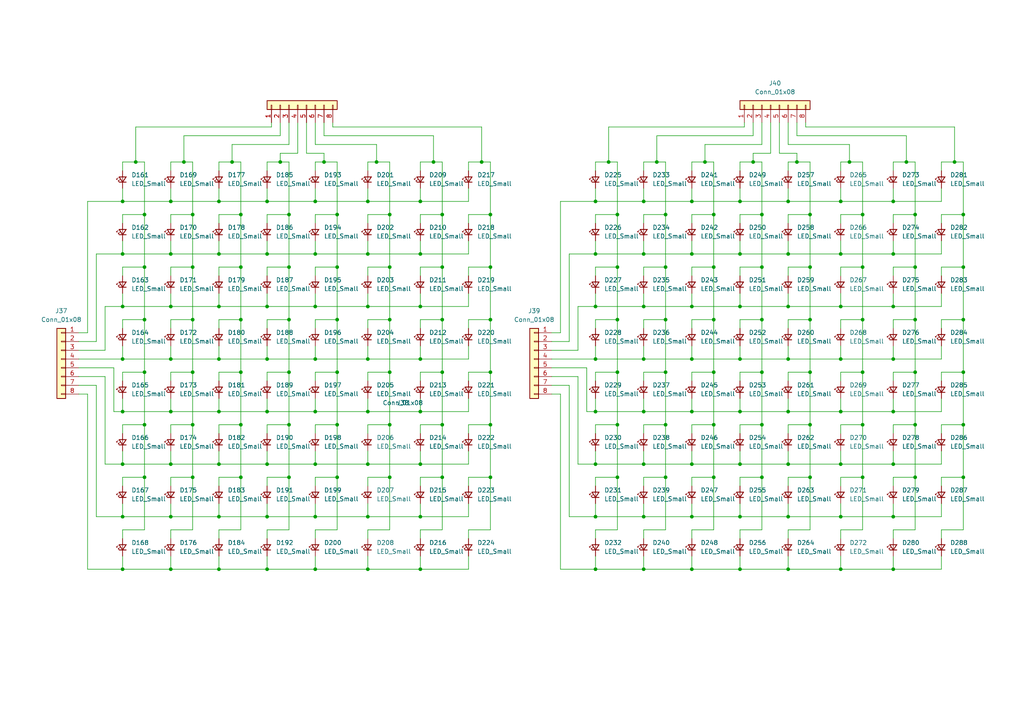
<source format=kicad_sch>
(kicad_sch (version 20220104) (generator eeschema)
  (paper "A4")
  (junction (at 176.53 46.99))
  (junction (at 193.04 77.47))
  (junction (at 106.68 134.62))
  (junction (at 246.38 46.99))
  (junction (at 186.69 88.9))
  (junction (at 207.01 62.23))
  (junction (at 265.43 62.23))
  (junction (at 41.91 77.47))
  (junction (at 142.24 107.95))
  (junction (at 41.91 62.23))
  (junction (at 214.63 165.1))
  (junction (at 265.43 123.19))
  (junction (at 41.91 138.43))
  (junction (at 193.04 138.43))
  (junction (at 69.85 92.71))
  (junction (at 214.63 119.38))
  (junction (at 69.85 62.23))
  (junction (at 186.69 149.86))
  (junction (at 200.66 134.62))
  (junction (at 106.68 58.42))
  (junction (at 228.6 134.62))
  (junction (at 128.27 138.43))
  (junction (at 142.24 138.43))
  (junction (at 121.92 104.14))
  (junction (at 55.88 138.43))
  (junction (at 128.27 107.95))
  (junction (at 83.82 92.71))
  (junction (at 35.56 165.1))
  (junction (at 259.08 73.66))
  (junction (at 55.88 77.47))
  (junction (at 234.95 77.47))
  (junction (at 243.84 119.38))
  (junction (at 172.72 104.14))
  (junction (at 142.24 123.19))
  (junction (at 121.92 58.42))
  (junction (at 63.5 134.62))
  (junction (at 250.19 62.23))
  (junction (at 279.4 123.19))
  (junction (at 259.08 134.62))
  (junction (at 113.03 138.43))
  (junction (at 186.69 73.66))
  (junction (at 69.85 107.95))
  (junction (at 63.5 88.9))
  (junction (at 49.53 73.66))
  (junction (at 200.66 165.1))
  (junction (at 128.27 92.71))
  (junction (at 77.47 165.1))
  (junction (at 259.08 88.9))
  (junction (at 214.63 104.14))
  (junction (at 35.56 104.14))
  (junction (at 279.4 62.23))
  (junction (at 276.86 46.99))
  (junction (at 35.56 149.86))
  (junction (at 35.56 58.42))
  (junction (at 55.88 107.95))
  (junction (at 193.04 62.23))
  (junction (at 204.47 46.99))
  (junction (at 207.01 92.71))
  (junction (at 259.08 149.86))
  (junction (at 69.85 138.43))
  (junction (at 113.03 77.47))
  (junction (at 49.53 149.86))
  (junction (at 172.72 149.86))
  (junction (at 77.47 119.38))
  (junction (at 214.63 58.42))
  (junction (at 179.07 123.19))
  (junction (at 234.95 123.19))
  (junction (at 35.56 134.62))
  (junction (at 97.79 62.23))
  (junction (at 259.08 58.42))
  (junction (at 91.44 88.9))
  (junction (at 228.6 149.86))
  (junction (at 172.72 73.66))
  (junction (at 265.43 92.71))
  (junction (at 142.24 92.71))
  (junction (at 55.88 62.23))
  (junction (at 207.01 77.47))
  (junction (at 250.19 92.71))
  (junction (at 77.47 149.86))
  (junction (at 243.84 88.9))
  (junction (at 83.82 77.47))
  (junction (at 91.44 119.38))
  (junction (at 186.69 134.62))
  (junction (at 200.66 58.42))
  (junction (at 106.68 88.9))
  (junction (at 113.03 107.95))
  (junction (at 234.95 62.23))
  (junction (at 97.79 92.71))
  (junction (at 67.31 46.99))
  (junction (at 172.72 88.9))
  (junction (at 231.14 46.99))
  (junction (at 39.37 46.99))
  (junction (at 200.66 119.38))
  (junction (at 63.5 149.86))
  (junction (at 63.5 119.38))
  (junction (at 49.53 58.42))
  (junction (at 265.43 107.95))
  (junction (at 49.53 88.9))
  (junction (at 220.98 92.71))
  (junction (at 121.92 149.86))
  (junction (at 214.63 149.86))
  (junction (at 113.03 123.19))
  (junction (at 91.44 73.66))
  (junction (at 41.91 123.19))
  (junction (at 91.44 134.62))
  (junction (at 243.84 73.66))
  (junction (at 83.82 138.43))
  (junction (at 128.27 123.19))
  (junction (at 193.04 107.95))
  (junction (at 193.04 123.19))
  (junction (at 179.07 138.43))
  (junction (at 279.4 107.95))
  (junction (at 63.5 58.42))
  (junction (at 243.84 149.86))
  (junction (at 77.47 88.9))
  (junction (at 91.44 104.14))
  (junction (at 91.44 58.42))
  (junction (at 142.24 77.47))
  (junction (at 109.22 46.99))
  (junction (at 97.79 107.95))
  (junction (at 35.56 119.38))
  (junction (at 142.24 62.23))
  (junction (at 106.68 119.38))
  (junction (at 49.53 104.14))
  (junction (at 93.98 46.99))
  (junction (at 220.98 123.19))
  (junction (at 250.19 138.43))
  (junction (at 106.68 73.66))
  (junction (at 125.73 46.99))
  (junction (at 228.6 165.1))
  (junction (at 172.72 134.62))
  (junction (at 207.01 138.43))
  (junction (at 172.72 165.1))
  (junction (at 259.08 165.1))
  (junction (at 186.69 119.38))
  (junction (at 250.19 107.95))
  (junction (at 121.92 73.66))
  (junction (at 214.63 134.62))
  (junction (at 259.08 119.38))
  (junction (at 207.01 107.95))
  (junction (at 265.43 138.43))
  (junction (at 69.85 77.47))
  (junction (at 186.69 104.14))
  (junction (at 128.27 77.47))
  (junction (at 220.98 107.95))
  (junction (at 83.82 123.19))
  (junction (at 77.47 58.42))
  (junction (at 228.6 119.38))
  (junction (at 172.72 58.42))
  (junction (at 128.27 62.23))
  (junction (at 69.85 123.19))
  (junction (at 121.92 119.38))
  (junction (at 234.95 138.43))
  (junction (at 259.08 104.14))
  (junction (at 243.84 58.42))
  (junction (at 35.56 88.9))
  (junction (at 279.4 92.71))
  (junction (at 49.53 165.1))
  (junction (at 106.68 104.14))
  (junction (at 220.98 77.47))
  (junction (at 63.5 165.1))
  (junction (at 113.03 62.23))
  (junction (at 265.43 77.47))
  (junction (at 234.95 92.71))
  (junction (at 279.4 77.47))
  (junction (at 279.4 138.43))
  (junction (at 41.91 92.71))
  (junction (at 77.47 134.62))
  (junction (at 106.68 165.1))
  (junction (at 179.07 62.23))
  (junction (at 250.19 77.47))
  (junction (at 49.53 119.38))
  (junction (at 106.68 149.86))
  (junction (at 97.79 77.47))
  (junction (at 262.89 46.99))
  (junction (at 121.92 134.62))
  (junction (at 220.98 138.43))
  (junction (at 55.88 92.71))
  (junction (at 228.6 88.9))
  (junction (at 243.84 134.62))
  (junction (at 200.66 104.14))
  (junction (at 41.91 107.95))
  (junction (at 81.28 46.99))
  (junction (at 228.6 58.42))
  (junction (at 91.44 165.1))
  (junction (at 63.5 73.66))
  (junction (at 83.82 62.23))
  (junction (at 179.07 107.95))
  (junction (at 97.79 138.43))
  (junction (at 83.82 107.95))
  (junction (at 243.84 165.1))
  (junction (at 193.04 92.71))
  (junction (at 228.6 104.14))
  (junction (at 172.72 119.38))
  (junction (at 77.47 104.14))
  (junction (at 53.34 46.99))
  (junction (at 243.84 104.14))
  (junction (at 214.63 73.66))
  (junction (at 179.07 92.71))
  (junction (at 228.6 73.66))
  (junction (at 200.66 88.9))
  (junction (at 200.66 73.66))
  (junction (at 113.03 92.71))
  (junction (at 186.69 165.1))
  (junction (at 63.5 104.14))
  (junction (at 121.92 88.9))
  (junction (at 35.56 73.66))
  (junction (at 190.5 46.99))
  (junction (at 186.69 58.42))
  (junction (at 250.19 123.19))
  (junction (at 218.44 46.99))
  (junction (at 200.66 149.86))
  (junction (at 55.88 123.19))
  (junction (at 121.92 165.1))
  (junction (at 97.79 123.19))
  (junction (at 220.98 62.23))
  (junction (at 214.63 88.9))
  (junction (at 179.07 77.47))
  (junction (at 139.7 46.99))
  (junction (at 234.95 107.95))
  (junction (at 91.44 149.86))
  (junction (at 207.01 123.19))
  (junction (at 49.53 134.62))
  (junction (at 77.47 73.66))
  (wire (pts (xy 190.5 46.99) (xy 193.04 46.99)))
  (wire (pts (xy 121.92 165.1) (xy 106.68 165.1)))
  (wire (pts (xy 279.4 138.43) (xy 279.4 153.67)))
  (wire (pts (xy 273.05 115.57) (xy 273.05 119.38)))
  (wire (pts (xy 106.68 100.33) (xy 106.68 104.14)))
  (wire (pts (xy 121.92 69.85) (xy 121.92 73.66)))
  (wire (pts (xy 22.86 111.76) (xy 27.94 111.76)))
  (wire (pts (xy 186.69 77.47) (xy 193.04 77.47)))
  (wire (pts (xy 69.85 138.43) (xy 69.85 153.67)))
  (wire (pts (xy 106.68 73.66) (xy 91.44 73.66)))
  (wire (pts (xy 128.27 46.99) (xy 128.27 62.23)))
  (wire (pts (xy 49.53 77.47) (xy 55.88 77.47)))
  (wire (pts (xy 91.44 49.53) (xy 91.44 46.99)))
  (wire (pts (xy 35.56 80.01) (xy 35.56 77.47)))
  (wire (pts (xy 231.14 44.45) (xy 231.14 46.99)))
  (wire (pts (xy 49.53 134.62) (xy 35.56 134.62)))
  (wire (pts (xy 179.07 62.23) (xy 179.07 77.47)))
  (wire (pts (xy 35.56 156.21) (xy 35.56 153.67)))
  (wire (pts (xy 121.92 119.38) (xy 106.68 119.38)))
  (wire (pts (xy 35.56 73.66) (xy 35.56 69.85)))
  (wire (pts (xy 121.92 58.42) (xy 106.68 58.42)))
  (wire (pts (xy 49.53 165.1) (xy 35.56 165.1)))
  (wire (pts (xy 135.89 140.97) (xy 135.89 138.43)))
  (wire (pts (xy 243.84 153.67) (xy 250.19 153.67)))
  (wire (pts (xy 200.66 58.42) (xy 186.69 58.42)))
  (wire (pts (xy 214.63 69.85) (xy 214.63 73.66)))
  (wire (pts (xy 55.88 107.95) (xy 55.88 123.19)))
  (wire (pts (xy 135.89 138.43) (xy 142.24 138.43)))
  (wire (pts (xy 200.66 104.14) (xy 186.69 104.14)))
  (wire (pts (xy 172.72 49.53) (xy 172.72 46.99)))
  (wire (pts (xy 106.68 92.71) (xy 113.03 92.71)))
  (wire (pts (xy 172.72 92.71) (xy 179.07 92.71)))
  (wire (pts (xy 106.68 146.05) (xy 106.68 149.86)))
  (wire (pts (xy 200.66 125.73) (xy 200.66 123.19)))
  (wire (pts (xy 135.89 130.81) (xy 135.89 134.62)))
  (wire (pts (xy 55.88 46.99) (xy 55.88 62.23)))
  (wire (pts (xy 172.72 156.21) (xy 172.72 153.67)))
  (wire (pts (xy 250.19 46.99) (xy 250.19 62.23)))
  (wire (pts (xy 243.84 95.25) (xy 243.84 92.71)))
  (wire (pts (xy 135.89 119.38) (xy 121.92 119.38)))
  (wire (pts (xy 63.5 130.81) (xy 63.5 134.62)))
  (wire (pts (xy 162.56 114.3) (xy 162.56 165.1)))
  (wire (pts (xy 186.69 49.53) (xy 186.69 46.99)))
  (wire (pts (xy 228.6 58.42) (xy 214.63 58.42)))
  (wire (pts (xy 135.89 146.05) (xy 135.89 149.86)))
  (wire (pts (xy 97.79 123.19) (xy 97.79 138.43)))
  (wire (pts (xy 77.47 115.57) (xy 77.47 119.38)))
  (wire (pts (xy 273.05 92.71) (xy 279.4 92.71)))
  (wire (pts (xy 218.44 39.37) (xy 218.44 35.56)))
  (wire (pts (xy 250.19 77.47) (xy 250.19 92.71)))
  (wire (pts (xy 167.64 134.62) (xy 172.72 134.62)))
  (wire (pts (xy 77.47 107.95) (xy 83.82 107.95)))
  (wire (pts (xy 35.56 49.53) (xy 35.56 46.99)))
  (wire (pts (xy 179.07 123.19) (xy 179.07 138.43)))
  (wire (pts (xy 25.4 165.1) (xy 35.56 165.1)))
  (wire (pts (xy 106.68 153.67) (xy 113.03 153.67)))
  (wire (pts (xy 121.92 46.99) (xy 125.73 46.99)))
  (wire (pts (xy 214.63 88.9) (xy 200.66 88.9)))
  (wire (pts (xy 35.56 165.1) (xy 35.56 161.29)))
  (wire (pts (xy 214.63 134.62) (xy 200.66 134.62)))
  (wire (pts (xy 279.4 62.23) (xy 279.4 77.47)))
  (wire (pts (xy 53.34 46.99) (xy 53.34 39.37)))
  (wire (pts (xy 243.84 69.85) (xy 243.84 73.66)))
  (wire (pts (xy 165.1 99.06) (xy 165.1 73.66)))
  (wire (pts (xy 77.47 146.05) (xy 77.47 149.86)))
  (wire (pts (xy 77.47 64.77) (xy 77.47 62.23)))
  (wire (pts (xy 77.47 95.25) (xy 77.47 92.71)))
  (wire (pts (xy 186.69 62.23) (xy 193.04 62.23)))
  (wire (pts (xy 63.5 107.95) (xy 69.85 107.95)))
  (wire (pts (xy 142.24 46.99) (xy 142.24 62.23)))
  (wire (pts (xy 214.63 156.21) (xy 214.63 153.67)))
  (wire (pts (xy 200.66 80.01) (xy 200.66 77.47)))
  (wire (pts (xy 214.63 95.25) (xy 214.63 92.71)))
  (wire (pts (xy 179.07 46.99) (xy 179.07 62.23)))
  (wire (pts (xy 63.5 77.47) (xy 69.85 77.47)))
  (wire (pts (xy 162.56 58.42) (xy 172.72 58.42)))
  (wire (pts (xy 220.98 46.99) (xy 220.98 62.23)))
  (wire (pts (xy 279.4 92.71) (xy 279.4 107.95)))
  (wire (pts (xy 200.66 161.29) (xy 200.66 165.1)))
  (wire (pts (xy 228.6 77.47) (xy 234.95 77.47)))
  (wire (pts (xy 250.19 92.71) (xy 250.19 107.95)))
  (wire (pts (xy 243.84 80.01) (xy 243.84 77.47)))
  (wire (pts (xy 234.95 123.19) (xy 234.95 138.43)))
  (wire (pts (xy 259.08 104.14) (xy 243.84 104.14)))
  (wire (pts (xy 220.98 77.47) (xy 220.98 92.71)))
  (wire (pts (xy 234.95 92.71) (xy 234.95 107.95)))
  (wire (pts (xy 121.92 73.66) (xy 106.68 73.66)))
  (wire (pts (xy 259.08 140.97) (xy 259.08 138.43)))
  (wire (pts (xy 243.84 77.47) (xy 250.19 77.47)))
  (wire (pts (xy 215.9 36.83) (xy 215.9 35.56)))
  (wire (pts (xy 93.98 44.45) (xy 93.98 46.99)))
  (wire (pts (xy 106.68 104.14) (xy 91.44 104.14)))
  (wire (pts (xy 121.92 54.61) (xy 121.92 58.42)))
  (wire (pts (xy 243.84 54.61) (xy 243.84 58.42)))
  (wire (pts (xy 63.5 156.21) (xy 63.5 153.67)))
  (wire (pts (xy 49.53 62.23) (xy 55.88 62.23)))
  (wire (pts (xy 259.08 88.9) (xy 243.84 88.9)))
  (wire (pts (xy 91.44 123.19) (xy 97.79 123.19)))
  (wire (pts (xy 121.92 134.62) (xy 106.68 134.62)))
  (wire (pts (xy 35.56 153.67) (xy 41.91 153.67)))
  (wire (pts (xy 200.66 95.25) (xy 200.66 92.71)))
  (wire (pts (xy 78.74 36.83) (xy 78.74 35.56)))
  (wire (pts (xy 96.52 36.83) (xy 139.7 36.83)))
  (wire (pts (xy 35.56 125.73) (xy 35.56 123.19)))
  (wire (pts (xy 135.89 125.73) (xy 135.89 123.19)))
  (wire (pts (xy 55.88 62.23) (xy 55.88 77.47)))
  (wire (pts (xy 186.69 130.81) (xy 186.69 134.62)))
  (wire (pts (xy 106.68 156.21) (xy 106.68 153.67)))
  (wire (pts (xy 121.92 104.14) (xy 106.68 104.14)))
  (wire (pts (xy 200.66 115.57) (xy 200.66 119.38)))
  (wire (pts (xy 69.85 92.71) (xy 69.85 107.95)))
  (wire (pts (xy 220.98 41.91) (xy 220.98 35.56)))
  (wire (pts (xy 49.53 125.73) (xy 49.53 123.19)))
  (wire (pts (xy 259.08 149.86) (xy 243.84 149.86)))
  (wire (pts (xy 228.6 138.43) (xy 234.95 138.43)))
  (wire (pts (xy 113.03 138.43) (xy 113.03 153.67)))
  (wire (pts (xy 63.5 125.73) (xy 63.5 123.19)))
  (wire (pts (xy 63.5 115.57) (xy 63.5 119.38)))
  (wire (pts (xy 165.1 73.66) (xy 172.72 73.66)))
  (wire (pts (xy 214.63 62.23) (xy 220.98 62.23)))
  (wire (pts (xy 49.53 140.97) (xy 49.53 138.43)))
  (wire (pts (xy 91.44 77.47) (xy 97.79 77.47)))
  (wire (pts (xy 135.89 95.25) (xy 135.89 92.71)))
  (wire (pts (xy 106.68 165.1) (xy 91.44 165.1)))
  (wire (pts (xy 106.68 140.97) (xy 106.68 138.43)))
  (wire (pts (xy 135.89 156.21) (xy 135.89 153.67)))
  (wire (pts (xy 243.84 165.1) (xy 228.6 165.1)))
  (wire (pts (xy 91.44 146.05) (xy 91.44 149.86)))
  (wire (pts (xy 186.69 156.21) (xy 186.69 153.67)))
  (wire (pts (xy 35.56 104.14) (xy 35.56 100.33)))
  (wire (pts (xy 135.89 46.99) (xy 139.7 46.99)))
  (wire (pts (xy 243.84 140.97) (xy 243.84 138.43)))
  (wire (pts (xy 67.31 46.99) (xy 69.85 46.99)))
  (wire (pts (xy 41.91 62.23) (xy 41.91 77.47)))
  (wire (pts (xy 231.14 35.56) (xy 231.14 39.37)))
  (wire (pts (xy 135.89 100.33) (xy 135.89 104.14)))
  (wire (pts (xy 228.6 41.91) (xy 246.38 41.91)))
  (wire (pts (xy 22.86 104.14) (xy 35.56 104.14)))
  (wire (pts (xy 193.04 62.23) (xy 193.04 77.47)))
  (wire (pts (xy 273.05 130.81) (xy 273.05 134.62)))
  (wire (pts (xy 135.89 69.85) (xy 135.89 73.66)))
  (wire (pts (xy 200.66 119.38) (xy 186.69 119.38)))
  (wire (pts (xy 106.68 125.73) (xy 106.68 123.19)))
  (wire (pts (xy 233.68 35.56) (xy 233.68 36.83)))
  (wire (pts (xy 243.84 100.33) (xy 243.84 104.14)))
  (wire (pts (xy 125.73 39.37) (xy 125.73 46.99)))
  (wire (pts (xy 172.72 88.9) (xy 172.72 85.09)))
  (wire (pts (xy 273.05 77.47) (xy 279.4 77.47)))
  (wire (pts (xy 91.44 130.81) (xy 91.44 134.62)))
  (wire (pts (xy 172.72 73.66) (xy 172.72 69.85)))
  (wire (pts (xy 200.66 156.21) (xy 200.66 153.67)))
  (wire (pts (xy 63.5 146.05) (xy 63.5 149.86)))
  (wire (pts (xy 172.72 46.99) (xy 176.53 46.99)))
  (wire (pts (xy 228.6 161.29) (xy 228.6 165.1)))
  (wire (pts (xy 77.47 119.38) (xy 63.5 119.38)))
  (wire (pts (xy 223.52 35.56) (xy 223.52 44.45)))
  (wire (pts (xy 121.92 88.9) (xy 106.68 88.9)))
  (wire (pts (xy 220.98 138.43) (xy 220.98 153.67)))
  (wire (pts (xy 160.02 99.06) (xy 165.1 99.06)))
  (wire (pts (xy 91.44 62.23) (xy 97.79 62.23)))
  (wire (pts (xy 200.66 110.49) (xy 200.66 107.95)))
  (wire (pts (xy 83.82 77.47) (xy 83.82 92.71)))
  (wire (pts (xy 243.84 104.14) (xy 228.6 104.14)))
  (wire (pts (xy 121.92 146.05) (xy 121.92 149.86)))
  (wire (pts (xy 214.63 73.66) (xy 200.66 73.66)))
  (wire (pts (xy 63.5 161.29) (xy 63.5 165.1)))
  (wire (pts (xy 77.47 165.1) (xy 63.5 165.1)))
  (wire (pts (xy 128.27 92.71) (xy 128.27 107.95)))
  (wire (pts (xy 91.44 165.1) (xy 77.47 165.1)))
  (wire (pts (xy 49.53 49.53) (xy 49.53 46.99)))
  (wire (pts (xy 106.68 58.42) (xy 91.44 58.42)))
  (wire (pts (xy 49.53 46.99) (xy 53.34 46.99)))
  (wire (pts (xy 214.63 138.43) (xy 220.98 138.43)))
  (wire (pts (xy 106.68 54.61) (xy 106.68 58.42)))
  (wire (pts (xy 200.66 140.97) (xy 200.66 138.43)))
  (wire (pts (xy 97.79 46.99) (xy 97.79 62.23)))
  (wire (pts (xy 49.53 119.38) (xy 35.56 119.38)))
  (wire (pts (xy 214.63 119.38) (xy 200.66 119.38)))
  (wire (pts (xy 91.44 138.43) (xy 97.79 138.43)))
  (wire (pts (xy 273.05 153.67) (xy 279.4 153.67)))
  (wire (pts (xy 279.4 107.95) (xy 279.4 123.19)))
  (wire (pts (xy 259.08 123.19) (xy 265.43 123.19)))
  (wire (pts (xy 91.44 73.66) (xy 77.47 73.66)))
  (wire (pts (xy 77.47 69.85) (xy 77.47 73.66)))
  (wire (pts (xy 91.44 149.86) (xy 77.47 149.86)))
  (wire (pts (xy 186.69 69.85) (xy 186.69 73.66)))
  (wire (pts (xy 63.5 100.33) (xy 63.5 104.14)))
  (wire (pts (xy 228.6 115.57) (xy 228.6 119.38)))
  (wire (pts (xy 63.5 54.61) (xy 63.5 58.42)))
  (wire (pts (xy 228.6 95.25) (xy 228.6 92.71)))
  (wire (pts (xy 246.38 41.91) (xy 246.38 46.99)))
  (wire (pts (xy 273.05 69.85) (xy 273.05 73.66)))
  (wire (pts (xy 113.03 92.71) (xy 113.03 107.95)))
  (wire (pts (xy 93.98 39.37) (xy 125.73 39.37)))
  (wire (pts (xy 135.89 110.49) (xy 135.89 107.95)))
  (wire (pts (xy 39.37 46.99) (xy 41.91 46.99)))
  (wire (pts (xy 91.44 58.42) (xy 77.47 58.42)))
  (wire (pts (xy 273.05 149.86) (xy 259.08 149.86)))
  (wire (pts (xy 83.82 41.91) (xy 83.82 35.56)))
  (wire (pts (xy 106.68 69.85) (xy 106.68 73.66)))
  (wire (pts (xy 67.31 46.99) (xy 67.31 41.91)))
  (wire (pts (xy 109.22 41.91) (xy 109.22 46.99)))
  (wire (pts (xy 207.01 92.71) (xy 207.01 107.95)))
  (wire (pts (xy 91.44 69.85) (xy 91.44 73.66)))
  (wire (pts (xy 234.95 62.23) (xy 234.95 77.47)))
  (wire (pts (xy 91.44 125.73) (xy 91.44 123.19)))
  (wire (pts (xy 55.88 77.47) (xy 55.88 92.71)))
  (wire (pts (xy 172.72 107.95) (xy 179.07 107.95)))
  (wire (pts (xy 214.63 46.99) (xy 218.44 46.99)))
  (wire (pts (xy 91.44 92.71) (xy 97.79 92.71)))
  (wire (pts (xy 77.47 46.99) (xy 81.28 46.99)))
  (wire (pts (xy 77.47 88.9) (xy 63.5 88.9)))
  (wire (pts (xy 121.92 100.33) (xy 121.92 104.14)))
  (wire (pts (xy 35.56 62.23) (xy 41.91 62.23)))
  (wire (pts (xy 35.56 123.19) (xy 41.91 123.19)))
  (wire (pts (xy 214.63 140.97) (xy 214.63 138.43)))
  (wire (pts (xy 113.03 123.19) (xy 113.03 138.43)))
  (wire (pts (xy 162.56 96.52) (xy 162.56 58.42)))
  (wire (pts (xy 49.53 123.19) (xy 55.88 123.19)))
  (wire (pts (xy 160.02 114.3) (xy 162.56 114.3)))
  (wire (pts (xy 200.66 165.1) (xy 186.69 165.1)))
  (wire (pts (xy 135.89 149.86) (xy 121.92 149.86)))
  (wire (pts (xy 63.5 140.97) (xy 63.5 138.43)))
  (wire (pts (xy 49.53 110.49) (xy 49.53 107.95)))
  (wire (pts (xy 49.53 80.01) (xy 49.53 77.47)))
  (wire (pts (xy 193.04 138.43) (xy 193.04 153.67)))
  (wire (pts (xy 273.05 138.43) (xy 279.4 138.43)))
  (wire (pts (xy 228.6 92.71) (xy 234.95 92.71)))
  (wire (pts (xy 35.56 110.49) (xy 35.56 107.95)))
  (wire (pts (xy 63.5 119.38) (xy 49.53 119.38)))
  (wire (pts (xy 259.08 125.73) (xy 259.08 123.19)))
  (wire (pts (xy 83.82 138.43) (xy 83.82 153.67)))
  (wire (pts (xy 250.19 107.95) (xy 250.19 123.19)))
  (wire (pts (xy 273.05 161.29) (xy 273.05 165.1)))
  (wire (pts (xy 27.94 73.66) (xy 35.56 73.66)))
  (wire (pts (xy 77.47 153.67) (xy 83.82 153.67)))
  (wire (pts (xy 81.28 46.99) (xy 83.82 46.99)))
  (wire (pts (xy 176.53 46.99) (xy 176.53 36.83)))
  (wire (pts (xy 93.98 35.56) (xy 93.98 39.37)))
  (wire (pts (xy 91.44 119.38) (xy 77.47 119.38)))
  (wire (pts (xy 121.92 62.23) (xy 128.27 62.23)))
  (wire (pts (xy 250.19 123.19) (xy 250.19 138.43)))
  (wire (pts (xy 214.63 110.49) (xy 214.63 107.95)))
  (wire (pts (xy 228.6 165.1) (xy 214.63 165.1)))
  (wire (pts (xy 273.05 54.61) (xy 273.05 58.42)))
  (wire (pts (xy 273.05 134.62) (xy 259.08 134.62)))
  (wire (pts (xy 69.85 46.99) (xy 69.85 62.23)))
  (wire (pts (xy 259.08 92.71) (xy 265.43 92.71)))
  (wire (pts (xy 128.27 123.19) (xy 128.27 138.43)))
  (wire (pts (xy 265.43 138.43) (xy 265.43 153.67)))
  (wire (pts (xy 121.92 123.19) (xy 128.27 123.19)))
  (wire (pts (xy 142.24 123.19) (xy 142.24 138.43)))
  (wire (pts (xy 63.5 46.99) (xy 67.31 46.99)))
  (wire (pts (xy 135.89 73.66) (xy 121.92 73.66)))
  (wire (pts (xy 69.85 107.95) (xy 69.85 123.19)))
  (wire (pts (xy 91.44 161.29) (xy 91.44 165.1)))
  (wire (pts (xy 167.64 109.22) (xy 167.64 134.62)))
  (wire (pts (xy 273.05 165.1) (xy 259.08 165.1)))
  (wire (pts (xy 170.18 106.68) (xy 170.18 119.38)))
  (wire (pts (xy 259.08 58.42) (xy 243.84 58.42)))
  (wire (pts (xy 228.6 62.23) (xy 234.95 62.23)))
  (wire (pts (xy 243.84 138.43) (xy 250.19 138.43)))
  (wire (pts (xy 69.85 62.23) (xy 69.85 77.47)))
  (wire (pts (xy 77.47 130.81) (xy 77.47 134.62)))
  (wire (pts (xy 128.27 107.95) (xy 128.27 123.19)))
  (wire (pts (xy 97.79 138.43) (xy 97.79 153.67)))
  (wire (pts (xy 279.4 46.99) (xy 279.4 62.23)))
  (wire (pts (xy 77.47 62.23) (xy 83.82 62.23)))
  (wire (pts (xy 172.72 80.01) (xy 172.72 77.47)))
  (wire (pts (xy 121.92 92.71) (xy 128.27 92.71)))
  (wire (pts (xy 279.4 123.19) (xy 279.4 138.43)))
  (wire (pts (xy 25.4 58.42) (xy 35.56 58.42)))
  (wire (pts (xy 259.08 80.01) (xy 259.08 77.47)))
  (wire (pts (xy 27.94 149.86) (xy 35.56 149.86)))
  (wire (pts (xy 228.6 140.97) (xy 228.6 138.43)))
  (wire (pts (xy 218.44 46.99) (xy 220.98 46.99)))
  (wire (pts (xy 77.47 161.29) (xy 77.47 165.1)))
  (wire (pts (xy 121.92 80.01) (xy 121.92 77.47)))
  (wire (pts (xy 214.63 77.47) (xy 220.98 77.47)))
  (wire (pts (xy 276.86 46.99) (xy 279.4 46.99)))
  (wire (pts (xy 135.89 115.57) (xy 135.89 119.38)))
  (wire (pts (xy 259.08 130.81) (xy 259.08 134.62)))
  (wire (pts (xy 200.66 62.23) (xy 207.01 62.23)))
  (wire (pts (xy 91.44 100.33) (xy 91.44 104.14)))
  (wire (pts (xy 259.08 134.62) (xy 243.84 134.62)))
  (wire (pts (xy 243.84 156.21) (xy 243.84 153.67)))
  (wire (pts (xy 243.84 88.9) (xy 228.6 88.9)))
  (wire (pts (xy 121.92 85.09) (xy 121.92 88.9)))
  (wire (pts (xy 172.72 119.38) (xy 172.72 115.57)))
  (wire (pts (xy 179.07 92.71) (xy 179.07 107.95)))
  (wire (pts (xy 243.84 119.38) (xy 228.6 119.38)))
  (wire (pts (xy 243.84 130.81) (xy 243.84 134.62)))
  (wire (pts (xy 218.44 44.45) (xy 218.44 46.99)))
  (wire (pts (xy 77.47 156.21) (xy 77.47 153.67)))
  (wire (pts (xy 41.91 138.43) (xy 41.91 153.67)))
  (wire (pts (xy 214.63 100.33) (xy 214.63 104.14)))
  (wire (pts (xy 172.72 140.97) (xy 172.72 138.43)))
  (wire (pts (xy 121.92 161.29) (xy 121.92 165.1)))
  (wire (pts (xy 49.53 88.9) (xy 35.56 88.9)))
  (wire (pts (xy 228.6 69.85) (xy 228.6 73.66)))
  (wire (pts (xy 190.5 39.37) (xy 218.44 39.37)))
  (wire (pts (xy 207.01 107.95) (xy 207.01 123.19)))
  (wire (pts (xy 49.53 69.85) (xy 49.53 73.66)))
  (wire (pts (xy 262.89 46.99) (xy 265.43 46.99)))
  (wire (pts (xy 172.72 110.49) (xy 172.72 107.95)))
  (wire (pts (xy 265.43 77.47) (xy 265.43 92.71)))
  (wire (pts (xy 273.05 88.9) (xy 259.08 88.9)))
  (wire (pts (xy 200.66 73.66) (xy 186.69 73.66)))
  (wire (pts (xy 243.84 62.23) (xy 250.19 62.23)))
  (wire (pts (xy 190.5 46.99) (xy 190.5 39.37)))
  (wire (pts (xy 128.27 62.23) (xy 128.27 77.47)))
  (wire (pts (xy 234.95 107.95) (xy 234.95 123.19)))
  (wire (pts (xy 186.69 161.29) (xy 186.69 165.1)))
  (wire (pts (xy 91.44 104.14) (xy 77.47 104.14)))
  (wire (pts (xy 214.63 153.67) (xy 220.98 153.67)))
  (wire (pts (xy 172.72 149.86) (xy 172.72 146.05)))
  (wire (pts (xy 49.53 85.09) (xy 49.53 88.9)))
  (wire (pts (xy 186.69 165.1) (xy 172.72 165.1)))
  (wire (pts (xy 39.37 46.99) (xy 39.37 36.83)))
  (wire (pts (xy 77.47 104.14) (xy 63.5 104.14)))
  (wire (pts (xy 106.68 85.09) (xy 106.68 88.9)))
  (wire (pts (xy 106.68 46.99) (xy 109.22 46.99)))
  (wire (pts (xy 228.6 119.38) (xy 214.63 119.38)))
  (wire (pts (xy 200.66 153.67) (xy 207.01 153.67)))
  (wire (pts (xy 22.86 96.52) (xy 25.4 96.52)))
  (wire (pts (xy 49.53 64.77) (xy 49.53 62.23)))
  (wire (pts (xy 165.1 111.76) (xy 165.1 149.86)))
  (wire (pts (xy 265.43 46.99) (xy 265.43 62.23)))
  (wire (pts (xy 139.7 46.99) (xy 142.24 46.99)))
  (wire (pts (xy 200.66 130.81) (xy 200.66 134.62)))
  (wire (pts (xy 77.47 92.71) (xy 83.82 92.71)))
  (wire (pts (xy 172.72 123.19) (xy 179.07 123.19)))
  (wire (pts (xy 49.53 92.71) (xy 55.88 92.71)))
  (wire (pts (xy 167.64 88.9) (xy 172.72 88.9)))
  (wire (pts (xy 106.68 134.62) (xy 91.44 134.62)))
  (wire (pts (xy 135.89 134.62) (xy 121.92 134.62)))
  (wire (pts (xy 77.47 138.43) (xy 83.82 138.43)))
  (wire (pts (xy 234.95 77.47) (xy 234.95 92.71)))
  (wire (pts (xy 121.92 149.86) (xy 106.68 149.86)))
  (wire (pts (xy 91.44 156.21) (xy 91.44 153.67)))
  (wire (pts (xy 142.24 107.95) (xy 142.24 123.19)))
  (wire (pts (xy 77.47 100.33) (xy 77.47 104.14)))
  (wire (pts (xy 228.6 85.09) (xy 228.6 88.9)))
  (wire (pts (xy 172.72 77.47) (xy 179.07 77.47)))
  (wire (pts (xy 259.08 146.05) (xy 259.08 149.86)))
  (wire (pts (xy 83.82 92.71) (xy 83.82 107.95)))
  (wire (pts (xy 135.89 161.29) (xy 135.89 165.1)))
  (wire (pts (xy 179.07 138.43) (xy 179.07 153.67)))
  (wire (pts (xy 91.44 46.99) (xy 93.98 46.99)))
  (wire (pts (xy 186.69 140.97) (xy 186.69 138.43)))
  (wire (pts (xy 35.56 46.99) (xy 39.37 46.99)))
  (wire (pts (xy 77.47 85.09) (xy 77.47 88.9)))
  (wire (pts (xy 160.02 111.76) (xy 165.1 111.76)))
  (wire (pts (xy 214.63 58.42) (xy 200.66 58.42)))
  (wire (pts (xy 97.79 92.71) (xy 97.79 107.95)))
  (wire (pts (xy 243.84 107.95) (xy 250.19 107.95)))
  (wire (pts (xy 142.24 77.47) (xy 142.24 92.71)))
  (wire (pts (xy 106.68 64.77) (xy 106.68 62.23)))
  (wire (pts (xy 214.63 104.14) (xy 200.66 104.14)))
  (wire (pts (xy 135.89 165.1) (xy 121.92 165.1)))
  (wire (pts (xy 243.84 64.77) (xy 243.84 62.23)))
  (wire (pts (xy 200.66 77.47) (xy 207.01 77.47)))
  (wire (pts (xy 228.6 153.67) (xy 234.95 153.67)))
  (wire (pts (xy 160.02 109.22) (xy 167.64 109.22)))
  (wire (pts (xy 91.44 35.56) (xy 91.44 41.91)))
  (wire (pts (xy 63.5 62.23) (xy 69.85 62.23)))
  (wire (pts (xy 273.05 104.14) (xy 259.08 104.14)))
  (wire (pts (xy 91.44 54.61) (xy 91.44 58.42)))
  (wire (pts (xy 220.98 123.19) (xy 220.98 138.43)))
  (wire (pts (xy 228.6 123.19) (xy 234.95 123.19)))
  (wire (pts (xy 228.6 88.9) (xy 214.63 88.9)))
  (wire (pts (xy 91.44 107.95) (xy 97.79 107.95)))
  (wire (pts (xy 231.14 39.37) (xy 262.89 39.37)))
  (wire (pts (xy 172.72 95.25) (xy 172.72 92.71)))
  (wire (pts (xy 200.66 138.43) (xy 207.01 138.43)))
  (wire (pts (xy 121.92 49.53) (xy 121.92 46.99)))
  (wire (pts (xy 186.69 138.43) (xy 193.04 138.43)))
  (wire (pts (xy 172.72 138.43) (xy 179.07 138.43)))
  (wire (pts (xy 214.63 125.73) (xy 214.63 123.19)))
  (wire (pts (xy 259.08 161.29) (xy 259.08 165.1)))
  (wire (pts (xy 49.53 146.05) (xy 49.53 149.86)))
  (wire (pts (xy 63.5 58.42) (xy 49.53 58.42)))
  (wire (pts (xy 214.63 130.81) (xy 214.63 134.62)))
  (wire (pts (xy 176.53 36.83) (xy 215.9 36.83)))
  (wire (pts (xy 135.89 49.53) (xy 135.89 46.99)))
  (wire (pts (xy 35.56 140.97) (xy 35.56 138.43)))
  (wire (pts (xy 121.92 95.25) (xy 121.92 92.71)))
  (wire (pts (xy 121.92 153.67) (xy 128.27 153.67)))
  (wire (pts (xy 86.36 35.56) (xy 86.36 44.45)))
  (wire (pts (xy 179.07 77.47) (xy 179.07 92.71)))
  (wire (pts (xy 172.72 125.73) (xy 172.72 123.19)))
  (wire (pts (xy 91.44 134.62) (xy 77.47 134.62)))
  (wire (pts (xy 121.92 110.49) (xy 121.92 107.95)))
  (wire (pts (xy 22.86 109.22) (xy 30.48 109.22)))
  (wire (pts (xy 228.6 80.01) (xy 228.6 77.47)))
  (wire (pts (xy 265.43 107.95) (xy 265.43 123.19)))
  (wire (pts (xy 49.53 73.66) (xy 35.56 73.66)))
  (wire (pts (xy 243.84 134.62) (xy 228.6 134.62)))
  (wire (pts (xy 121.92 140.97) (xy 121.92 138.43)))
  (wire (pts (xy 186.69 123.19) (xy 193.04 123.19)))
  (wire (pts (xy 214.63 149.86) (xy 200.66 149.86)))
  (wire (pts (xy 113.03 46.99) (xy 113.03 62.23)))
  (wire (pts (xy 135.89 54.61) (xy 135.89 58.42)))
  (wire (pts (xy 25.4 114.3) (xy 25.4 165.1)))
  (wire (pts (xy 172.72 104.14) (xy 172.72 100.33)))
  (wire (pts (xy 121.92 156.21) (xy 121.92 153.67)))
  (wire (pts (xy 186.69 125.73) (xy 186.69 123.19)))
  (wire (pts (xy 81.28 44.45) (xy 81.28 46.99)))
  (wire (pts (xy 193.04 46.99) (xy 193.04 62.23)))
  (wire (pts (xy 207.01 62.23) (xy 207.01 77.47)))
  (wire (pts (xy 246.38 46.99) (xy 250.19 46.99)))
  (wire (pts (xy 167.64 101.6) (xy 167.64 88.9)))
  (wire (pts (xy 233.68 36.83) (xy 276.86 36.83)))
  (wire (pts (xy 63.5 64.77) (xy 63.5 62.23)))
  (wire (pts (xy 39.37 36.83) (xy 78.74 36.83)))
  (wire (pts (xy 142.24 138.43) (xy 142.24 153.67)))
  (wire (pts (xy 186.69 46.99) (xy 190.5 46.99)))
  (wire (pts (xy 228.6 130.81) (xy 228.6 134.62)))
  (wire (pts (xy 243.84 125.73) (xy 243.84 123.19)))
  (wire (pts (xy 55.88 138.43) (xy 55.88 153.67)))
  (wire (pts (xy 186.69 54.61) (xy 186.69 58.42)))
  (wire (pts (xy 207.01 77.47) (xy 207.01 92.71)))
  (wire (pts (xy 69.85 77.47) (xy 69.85 92.71)))
  (wire (pts (xy 193.04 107.95) (xy 193.04 123.19)))
  (wire (pts (xy 243.84 73.66) (xy 228.6 73.66)))
  (wire (pts (xy 77.47 77.47) (xy 83.82 77.47)))
  (wire (pts (xy 234.95 138.43) (xy 234.95 153.67)))
  (wire (pts (xy 135.89 123.19) (xy 142.24 123.19)))
  (wire (pts (xy 25.4 96.52) (xy 25.4 58.42)))
  (wire (pts (xy 86.36 44.45) (xy 81.28 44.45)))
  (wire (pts (xy 250.19 138.43) (xy 250.19 153.67)))
  (wire (pts (xy 273.05 140.97) (xy 273.05 138.43)))
  (wire (pts (xy 228.6 54.61) (xy 228.6 58.42)))
  (wire (pts (xy 135.89 88.9) (xy 121.92 88.9)))
  (wire (pts (xy 200.66 46.99) (xy 204.47 46.99)))
  (wire (pts (xy 193.04 92.71) (xy 193.04 107.95)))
  (wire (pts (xy 49.53 58.42) (xy 35.56 58.42)))
  (wire (pts (xy 200.66 107.95) (xy 207.01 107.95)))
  (wire (pts (xy 228.6 149.86) (xy 214.63 149.86)))
  (wire (pts (xy 121.92 64.77) (xy 121.92 62.23)))
  (wire (pts (xy 186.69 107.95) (xy 193.04 107.95)))
  (wire (pts (xy 200.66 149.86) (xy 186.69 149.86)))
  (wire (pts (xy 259.08 100.33) (xy 259.08 104.14)))
  (wire (pts (xy 207.01 123.19) (xy 207.01 138.43)))
  (wire (pts (xy 243.84 58.42) (xy 228.6 58.42)))
  (wire (pts (xy 170.18 119.38) (xy 172.72 119.38)))
  (wire (pts (xy 77.47 49.53) (xy 77.47 46.99)))
  (wire (pts (xy 49.53 156.21) (xy 49.53 153.67)))
  (wire (pts (xy 91.44 88.9) (xy 77.47 88.9)))
  (wire (pts (xy 96.52 35.56) (xy 96.52 36.83)))
  (wire (pts (xy 243.84 110.49) (xy 243.84 107.95)))
  (wire (pts (xy 106.68 138.43) (xy 113.03 138.43)))
  (wire (pts (xy 200.66 146.05) (xy 200.66 149.86)))
  (wire (pts (xy 200.66 64.77) (xy 200.66 62.23)))
  (wire (pts (xy 49.53 153.67) (xy 55.88 153.67)))
  (wire (pts (xy 35.56 95.25) (xy 35.56 92.71)))
  (wire (pts (xy 83.82 62.23) (xy 83.82 77.47)))
  (wire (pts (xy 49.53 104.14) (xy 35.56 104.14)))
  (wire (pts (xy 41.91 77.47) (xy 41.91 92.71)))
  (wire (pts (xy 41.91 46.99) (xy 41.91 62.23)))
  (wire (pts (xy 228.6 35.56) (xy 228.6 41.91)))
  (wire (pts (xy 27.94 111.76) (xy 27.94 149.86)))
  (wire (pts (xy 220.98 92.71) (xy 220.98 107.95)))
  (wire (pts (xy 259.08 85.09) (xy 259.08 88.9)))
  (wire (pts (xy 186.69 88.9) (xy 172.72 88.9)))
  (wire (pts (xy 49.53 107.95) (xy 55.88 107.95)))
  (wire (pts (xy 91.44 64.77) (xy 91.44 62.23)))
  (wire (pts (xy 259.08 77.47) (xy 265.43 77.47)))
  (wire (pts (xy 243.84 161.29) (xy 243.84 165.1)))
  (wire (pts (xy 83.82 107.95) (xy 83.82 123.19)))
  (wire (pts (xy 63.5 95.25) (xy 63.5 92.71)))
  (wire (pts (xy 273.05 85.09) (xy 273.05 88.9)))
  (wire (pts (xy 106.68 115.57) (xy 106.68 119.38)))
  (wire (pts (xy 243.84 123.19) (xy 250.19 123.19)))
  (wire (pts (xy 160.02 96.52) (xy 162.56 96.52)))
  (wire (pts (xy 77.47 149.86) (xy 63.5 149.86)))
  (wire (pts (xy 106.68 149.86) (xy 91.44 149.86)))
  (wire (pts (xy 91.44 80.01) (xy 91.44 77.47)))
  (wire (pts (xy 273.05 107.95) (xy 279.4 107.95)))
  (wire (pts (xy 22.86 99.06) (xy 27.94 99.06)))
  (wire (pts (xy 243.84 115.57) (xy 243.84 119.38)))
  (wire (pts (xy 91.44 110.49) (xy 91.44 107.95)))
  (wire (pts (xy 135.89 64.77) (xy 135.89 62.23)))
  (wire (pts (xy 265.43 92.71) (xy 265.43 107.95)))
  (wire (pts (xy 243.84 49.53) (xy 243.84 46.99)))
  (wire (pts (xy 259.08 64.77) (xy 259.08 62.23)))
  (wire (pts (xy 91.44 140.97) (xy 91.44 138.43)))
  (wire (pts (xy 186.69 149.86) (xy 172.72 149.86)))
  (wire (pts (xy 176.53 46.99) (xy 179.07 46.99)))
  (wire (pts (xy 35.56 138.43) (xy 41.91 138.43)))
  (wire (pts (xy 106.68 95.25) (xy 106.68 92.71)))
  (wire (pts (xy 214.63 80.01) (xy 214.63 77.47)))
  (wire (pts (xy 186.69 134.62) (xy 172.72 134.62)))
  (wire (pts (xy 93.98 46.99) (xy 97.79 46.99)))
  (wire (pts (xy 30.48 101.6) (xy 30.48 88.9)))
  (wire (pts (xy 172.72 62.23) (xy 179.07 62.23)))
  (wire (pts (xy 41.91 107.95) (xy 41.91 123.19)))
  (wire (pts (xy 121.92 125.73) (xy 121.92 123.19)))
  (wire (pts (xy 172.72 165.1) (xy 172.72 161.29)))
  (wire (pts (xy 214.63 123.19) (xy 220.98 123.19)))
  (wire (pts (xy 135.89 107.95) (xy 142.24 107.95)))
  (wire (pts (xy 121.92 138.43) (xy 128.27 138.43)))
  (wire (pts (xy 91.44 95.25) (xy 91.44 92.71)))
  (wire (pts (xy 228.6 110.49) (xy 228.6 107.95)))
  (wire (pts (xy 35.56 64.77) (xy 35.56 62.23)))
  (wire (pts (xy 265.43 62.23) (xy 265.43 77.47)))
  (wire (pts (xy 250.19 62.23) (xy 250.19 77.47)))
  (wire (pts (xy 259.08 115.57) (xy 259.08 119.38)))
  (wire (pts (xy 193.04 77.47) (xy 193.04 92.71)))
  (wire (pts (xy 214.63 64.77) (xy 214.63 62.23)))
  (wire (pts (xy 223.52 44.45) (xy 218.44 44.45)))
  (wire (pts (xy 186.69 80.01) (xy 186.69 77.47)))
  (wire (pts (xy 22.86 106.68) (xy 33.02 106.68)))
  (wire (pts (xy 172.72 64.77) (xy 172.72 62.23)))
  (wire (pts (xy 83.82 123.19) (xy 83.82 138.43)))
  (wire (pts (xy 77.47 125.73) (xy 77.47 123.19)))
  (wire (pts (xy 35.56 88.9) (xy 35.56 85.09)))
  (wire (pts (xy 69.85 123.19) (xy 69.85 138.43)))
  (wire (pts (xy 139.7 36.83) (xy 139.7 46.99)))
  (wire (pts (xy 88.9 35.56) (xy 88.9 44.45)))
  (wire (pts (xy 77.47 134.62) (xy 63.5 134.62)))
  (wire (pts (xy 207.01 138.43) (xy 207.01 153.67)))
  (wire (pts (xy 91.44 153.67) (xy 97.79 153.67)))
  (wire (pts (xy 243.84 146.05) (xy 243.84 149.86)))
  (wire (pts (xy 273.05 46.99) (xy 276.86 46.99)))
  (wire (pts (xy 35.56 149.86) (xy 35.56 146.05)))
  (wire (pts (xy 200.66 123.19) (xy 207.01 123.19)))
  (wire (pts (xy 160.02 104.14) (xy 172.72 104.14)))
  (wire (pts (xy 259.08 95.25) (xy 259.08 92.71)))
  (wire (pts (xy 214.63 85.09) (xy 214.63 88.9)))
  (wire (pts (xy 186.69 64.77) (xy 186.69 62.23)))
  (wire (pts (xy 63.5 165.1) (xy 49.53 165.1)))
  (wire (pts (xy 63.5 49.53) (xy 63.5 46.99)))
  (wire (pts (xy 214.63 92.71) (xy 220.98 92.71)))
  (wire (pts (xy 113.03 62.23) (xy 113.03 77.47)))
  (wire (pts (xy 63.5 134.62) (xy 49.53 134.62)))
  (wire (pts (xy 77.47 140.97) (xy 77.47 138.43)))
  (wire (pts (xy 214.63 115.57) (xy 214.63 119.38)))
  (wire (pts (xy 41.91 123.19) (xy 41.91 138.43)))
  (wire (pts (xy 67.31 41.91) (xy 83.82 41.91)))
  (wire (pts (xy 207.01 46.99) (xy 207.01 62.23)))
  (wire (pts (xy 186.69 104.14) (xy 172.72 104.14)))
  (wire (pts (xy 142.24 92.71) (xy 142.24 107.95)))
  (wire (pts (xy 106.68 130.81) (xy 106.68 134.62)))
  (wire (pts (xy 63.5 85.09) (xy 63.5 88.9)))
  (wire (pts (xy 35.56 58.42) (xy 35.56 54.61)))
  (wire (pts (xy 35.56 92.71) (xy 41.91 92.71)))
  (wire (pts (xy 228.6 73.66) (xy 214.63 73.66)))
  (wire (pts (xy 220.98 107.95) (xy 220.98 123.19)))
  (wire (pts (xy 113.03 77.47) (xy 113.03 92.71)))
  (wire (pts (xy 214.63 146.05) (xy 214.63 149.86)))
  (wire (pts (xy 165.1 149.86) (xy 172.72 149.86)))
  (wire (pts (xy 109.22 46.99) (xy 113.03 46.99)))
  (wire (pts (xy 49.53 138.43) (xy 55.88 138.43)))
  (wire (pts (xy 53.34 46.99) (xy 55.88 46.99)))
  (wire (pts (xy 243.84 149.86) (xy 228.6 149.86)))
  (wire (pts (xy 200.66 49.53) (xy 200.66 46.99)))
  (wire (pts (xy 121.92 77.47) (xy 128.27 77.47)))
  (wire (pts (xy 142.24 62.23) (xy 142.24 77.47)))
  (wire (pts (xy 214.63 107.95) (xy 220.98 107.95)))
  (wire (pts (xy 259.08 153.67) (xy 265.43 153.67)))
  (wire (pts (xy 259.08 73.66) (xy 243.84 73.66)))
  (wire (pts (xy 228.6 64.77) (xy 228.6 62.23)))
  (wire (pts (xy 97.79 62.23) (xy 97.79 77.47)))
  (wire (pts (xy 214.63 49.53) (xy 214.63 46.99)))
  (wire (pts (xy 97.79 77.47) (xy 97.79 92.71)))
  (wire (pts (xy 97.79 107.95) (xy 97.79 123.19)))
  (wire (pts (xy 200.66 69.85) (xy 200.66 73.66)))
  (wire (pts (xy 220.98 62.23) (xy 220.98 77.47)))
  (wire (pts (xy 63.5 69.85) (xy 63.5 73.66)))
  (wire (pts (xy 273.05 125.73) (xy 273.05 123.19)))
  (wire (pts (xy 273.05 156.21) (xy 273.05 153.67)))
  (wire (pts (xy 121.92 130.81) (xy 121.92 134.62)))
  (wire (pts (xy 262.89 39.37) (xy 262.89 46.99)))
  (wire (pts (xy 160.02 106.68) (xy 170.18 106.68)))
  (wire (pts (xy 273.05 80.01) (xy 273.05 77.47)))
  (wire (pts (xy 35.56 134.62) (xy 35.56 130.81)))
  (wire (pts (xy 276.86 36.83) (xy 276.86 46.99)))
  (wire (pts (xy 186.69 73.66) (xy 172.72 73.66)))
  (wire (pts (xy 128.27 77.47) (xy 128.27 92.71)))
  (wire (pts (xy 135.89 85.09) (xy 135.89 88.9)))
  (wire (pts (xy 228.6 146.05) (xy 228.6 149.86)))
  (wire (pts (xy 186.69 146.05) (xy 186.69 149.86)))
  (wire (pts (xy 106.68 80.01) (xy 106.68 77.47)))
  (wire (pts (xy 273.05 146.05) (xy 273.05 149.86)))
  (wire (pts (xy 35.56 107.95) (xy 41.91 107.95)))
  (wire (pts (xy 83.82 46.99) (xy 83.82 62.23)))
  (wire (pts (xy 200.66 134.62) (xy 186.69 134.62)))
  (wire (pts (xy 259.08 107.95) (xy 265.43 107.95)))
  (wire (pts (xy 243.84 85.09) (xy 243.84 88.9)))
  (wire (pts (xy 259.08 54.61) (xy 259.08 58.42)))
  (wire (pts (xy 214.63 165.1) (xy 200.66 165.1)))
  (wire (pts (xy 231.14 46.99) (xy 234.95 46.99)))
  (wire (pts (xy 186.69 85.09) (xy 186.69 88.9)))
  (wire (pts (xy 228.6 156.21) (xy 228.6 153.67)))
  (wire (pts (xy 35.56 119.38) (xy 35.56 115.57)))
  (wire (pts (xy 63.5 138.43) (xy 69.85 138.43)))
  (wire (pts (xy 63.5 73.66) (xy 49.53 73.66)))
  (wire (pts (xy 200.66 100.33) (xy 200.66 104.14)))
  (wire (pts (xy 77.47 123.19) (xy 83.82 123.19)))
  (wire (pts (xy 186.69 100.33) (xy 186.69 104.14)))
  (wire (pts (xy 273.05 110.49) (xy 273.05 107.95)))
  (wire (pts (xy 186.69 92.71) (xy 193.04 92.71)))
  (wire (pts (xy 63.5 110.49) (xy 63.5 107.95)))
  (wire (pts (xy 243.84 46.99) (xy 246.38 46.99)))
  (wire (pts (xy 91.44 41.91) (xy 109.22 41.91)))
  (wire (pts (xy 259.08 119.38) (xy 243.84 119.38)))
  (wire (pts (xy 55.88 123.19) (xy 55.88 138.43)))
  (wire (pts (xy 243.84 92.71) (xy 250.19 92.71)))
  (wire (pts (xy 63.5 153.67) (xy 69.85 153.67)))
  (wire (pts (xy 113.03 107.95) (xy 113.03 123.19)))
  (wire (pts (xy 135.89 80.01) (xy 135.89 77.47)))
  (wire (pts (xy 228.6 100.33) (xy 228.6 104.14)))
  (wire (pts (xy 63.5 149.86) (xy 49.53 149.86)))
  (wire (pts (xy 135.89 104.14) (xy 121.92 104.14)))
  (wire (pts (xy 106.68 49.53) (xy 106.68 46.99)))
  (wire (pts (xy 200.66 85.09) (xy 200.66 88.9)))
  (wire (pts (xy 226.06 35.56) (xy 226.06 44.45)))
  (wire (pts (xy 259.08 138.43) (xy 265.43 138.43)))
  (wire (pts (xy 91.44 115.57) (xy 91.44 119.38)))
  (wire (pts (xy 49.53 130.81) (xy 49.53 134.62)))
  (wire (pts (xy 160.02 101.6) (xy 167.64 101.6)))
  (wire (pts (xy 226.06 44.45) (xy 231.14 44.45)))
  (wire (pts (xy 77.47 80.01) (xy 77.47 77.47)))
  (wire (pts (xy 128.27 138.43) (xy 128.27 153.67)))
  (wire (pts (xy 49.53 54.61) (xy 49.53 58.42)))
  (wire (pts (xy 35.56 77.47) (xy 41.91 77.47)))
  (wire (pts (xy 106.68 62.23) (xy 113.03 62.23)))
  (wire (pts (xy 228.6 134.62) (xy 214.63 134.62)))
  (wire (pts (xy 186.69 95.25) (xy 186.69 92.71)))
  (wire (pts (xy 63.5 80.01) (xy 63.5 77.47)))
  (wire (pts (xy 106.68 107.95) (xy 113.03 107.95)))
  (wire (pts (xy 228.6 125.73) (xy 228.6 123.19)))
  (wire (pts (xy 172.72 58.42) (xy 172.72 54.61)))
  (wire (pts (xy 172.72 134.62) (xy 172.72 130.81)))
  (wire (pts (xy 125.73 46.99) (xy 128.27 46.99)))
  (wire (pts (xy 186.69 115.57) (xy 186.69 119.38)))
  (wire (pts (xy 259.08 49.53) (xy 259.08 46.99)))
  (wire (pts (xy 186.69 153.67) (xy 193.04 153.67)))
  (wire (pts (xy 214.63 161.29) (xy 214.63 165.1)))
  (wire (pts (xy 121.92 115.57) (xy 121.92 119.38)))
  (wire (pts (xy 228.6 107.95) (xy 234.95 107.95)))
  (wire (pts (xy 106.68 123.19) (xy 113.03 123.19)))
  (wire (pts (xy 135.89 58.42) (xy 121.92 58.42)))
  (wire (pts (xy 63.5 104.14) (xy 49.53 104.14)))
  (wire (pts (xy 135.89 62.23) (xy 142.24 62.23)))
  (wire (pts (xy 81.28 39.37) (xy 81.28 35.56)))
  (wire (pts (xy 106.68 161.29) (xy 106.68 165.1)))
  (wire (pts (xy 186.69 58.42) (xy 172.72 58.42)))
  (wire (pts (xy 273.05 73.66) (xy 259.08 73.66)))
  (wire (pts (xy 77.47 73.66) (xy 63.5 73.66)))
  (wire (pts (xy 204.47 41.91) (xy 220.98 41.91)))
  (wire (pts (xy 186.69 110.49) (xy 186.69 107.95)))
  (wire (pts (xy 49.53 100.33) (xy 49.53 104.14)))
  (wire (pts (xy 200.66 88.9) (xy 186.69 88.9)))
  (wire (pts (xy 106.68 119.38) (xy 91.44 119.38)))
  (wire (pts (xy 214.63 54.61) (xy 214.63 58.42)))
  (wire (pts (xy 179.07 107.95) (xy 179.07 123.19)))
  (wire (pts (xy 53.34 39.37) (xy 81.28 39.37)))
  (wire (pts (xy 273.05 123.19) (xy 279.4 123.19)))
  (wire (pts (xy 27.94 99.06) (xy 27.94 73.66)))
  (wire (pts (xy 33.02 106.68) (xy 33.02 119.38)))
  (wire (pts (xy 49.53 149.86) (xy 35.56 149.86)))
  (wire (pts (xy 200.66 92.71) (xy 207.01 92.71)))
  (wire (pts (xy 172.72 153.67) (xy 179.07 153.67)))
  (wire (pts (xy 135.89 92.71) (xy 142.24 92.71)))
  (wire (pts (xy 259.08 46.99) (xy 262.89 46.99)))
  (wire (pts (xy 63.5 123.19) (xy 69.85 123.19)))
  (wire (pts (xy 49.53 161.29) (xy 49.53 165.1)))
  (wire (pts (xy 193.04 123.19) (xy 193.04 138.43)))
  (wire (pts (xy 204.47 46.99) (xy 204.47 41.91)))
  (wire (pts (xy 63.5 88.9) (xy 49.53 88.9)))
  (wire (pts (xy 273.05 58.42) (xy 259.08 58.42)))
  (wire (pts (xy 259.08 165.1) (xy 243.84 165.1)))
  (wire (pts (xy 55.88 92.71) (xy 55.88 107.95)))
  (wire (pts (xy 77.47 58.42) (xy 63.5 58.42)))
  (wire (pts (xy 63.5 92.71) (xy 69.85 92.71)))
  (wire (pts (xy 88.9 44.45) (xy 93.98 44.45)))
  (wire (pts (xy 228.6 49.53) (xy 228.6 46.99)))
  (wire (pts (xy 273.05 64.77) (xy 273.05 62.23)))
  (wire (pts (xy 30.48 88.9) (xy 35.56 88.9)))
  (wire (pts (xy 259.08 156.21) (xy 259.08 153.67)))
  (wire (pts (xy 265.43 123.19) (xy 265.43 138.43)))
  (wire (pts (xy 41.91 92.71) (xy 41.91 107.95)))
  (wire (pts (xy 228.6 104.14) (xy 214.63 104.14)))
  (wire (pts (xy 135.89 153.67) (xy 142.24 153.67)))
  (wire (pts (xy 30.48 109.22) (xy 30.48 134.62)))
  (wire (pts (xy 228.6 46.99) (xy 231.14 46.99)))
  (wire (pts (xy 186.69 119.38) (xy 172.72 119.38)))
  (wire (pts (xy 200.66 54.61) (xy 200.66 58.42)))
  (wire (pts (xy 234.95 46.99) (xy 234.95 62.23)))
  (wire (pts (xy 49.53 95.25) (xy 49.53 92.71)))
  (wire (pts (xy 259.08 69.85) (xy 259.08 73.66)))
  (wire (pts (xy 33.02 119.38) (xy 35.56 119.38)))
  (wire (pts (xy 273.05 119.38) (xy 259.08 119.38)))
  (wire (pts (xy 22.86 114.3) (xy 25.4 114.3)))
  (wire (pts (xy 259.08 62.23) (xy 265.43 62.23)))
  (wire (pts (xy 121.92 107.95) (xy 128.27 107.95)))
  (wire (pts (xy 273.05 100.33) (xy 273.05 104.14)))
  (wire (pts (xy 106.68 88.9) (xy 91.44 88.9)))
  (wire (pts (xy 77.47 54.61) (xy 77.47 58.42)))
  (wire (pts (xy 49.53 115.57) (xy 49.53 119.38)))
  (wire (pts (xy 22.86 101.6) (xy 30.48 101.6)))
  (wire (pts (xy 273.05 49.53) (xy 273.05 46.99)))
  (wire (pts (xy 135.89 77.47) (xy 142.24 77.47)))
  (wire (pts (xy 162.56 165.1) (xy 172.72 165.1)))
  (wire (pts (xy 273.05 62.23) (xy 279.4 62.23)))
  (wire (pts (xy 77.47 110.49) (xy 77.47 107.95)))
  (wire (pts (xy 106.68 77.47) (xy 113.03 77.47)))
  (wire (pts (xy 273.05 95.25) (xy 273.05 92.71)))
  (wire (pts (xy 204.47 46.99) (xy 207.01 46.99)))
  (wire (pts (xy 91.44 85.09) (xy 91.44 88.9)))
  (wire (pts (xy 30.48 134.62) (xy 35.56 134.62)))
  (wire (pts (xy 106.68 110.49) (xy 106.68 107.95)))
  (wire (pts (xy 259.08 110.49) (xy 259.08 107.95)))
  (wire (pts (xy 279.4 77.47) (xy 279.4 92.71)))
  (symbol (lib_id "Device:LED_Small") (at 273.05 128.27 90) (unit 1)
    (property "Reference" "D286" (at 275.59 126.9364 90) (effects (justify right)))
    (property "Value" "LED_Small" (at 275.59 129.4764 90) (effects (justify right)))
    (property "Footprint" "LED_THT:LED_D3.0mm" (effects hide))
  )
  (symbol (lib_id "Device:LED_Small") (at 135.89 97.79 90) (unit 1)
    (property "Reference" "D220" (at 138.43 96.4564 90) (effects (justify right)))
    (property "Value" "LED_Small" (at 138.43 98.9964 90) (effects (justify right)))
    (property "Footprint" "LED_THT:LED_D3.0mm" (effects hide))
  )
  (symbol (lib_id "Device:LED_Small") (at 243.84 52.07 90) (unit 1)
    (property "Reference" "D265" (at 246.38 50.7364 90) (effects (justify right)))
    (property "Value" "LED_Small" (at 246.38 53.2764 90) (effects (justify right)))
    (property "Footprint" "LED_THT:LED_D3.0mm" (effects hide))
  )
  (symbol (lib_id "Device:LED_Small") (at 273.05 67.31 90) (unit 1)
    (property "Reference" "D282" (at 275.59 65.9764 90) (effects (justify right)))
    (property "Value" "LED_Small" (at 275.59 68.5164 90) (effects (justify right)))
    (property "Footprint" "LED_THT:LED_D3.0mm" (effects hide))
  )
  (symbol (lib_id "Device:LED_Small") (at 228.6 52.07 90) (unit 1)
    (property "Reference" "D257" (at 231.14 50.7364 90) (effects (justify right)))
    (property "Value" "LED_Small" (at 231.14 53.2764 90) (effects (justify right)))
    (property "Footprint" "LED_THT:LED_D3.0mm" (effects hide))
  )
  (symbol (lib_id "Device:LED_Small") (at 121.92 82.55 90) (unit 1)
    (property "Reference" "D211" (at 124.46 81.2164 90) (effects (justify right)))
    (property "Value" "LED_Small" (at 124.46 83.7564 90) (effects (justify right)))
    (property "Footprint" "LED_THT:LED_D3.0mm" (effects hide))
  )
  (symbol (lib_id "Device:LED_Small") (at 49.53 158.75 90) (unit 1)
    (property "Reference" "D176" (at 52.07 157.4164 90) (effects (justify right)))
    (property "Value" "LED_Small" (at 52.07 159.9564 90) (effects (justify right)))
    (property "Footprint" "LED_THT:LED_D3.0mm" (effects hide))
  )
  (symbol (lib_id "Device:LED_Small") (at 49.53 113.03 90) (unit 1)
    (property "Reference" "D173" (at 52.07 111.6964 90) (effects (justify right)))
    (property "Value" "LED_Small" (at 52.07 114.2364 90) (effects (justify right)))
    (property "Footprint" "LED_THT:LED_D3.0mm" (effects hide))
  )
  (symbol (lib_id "Device:LED_Small") (at 200.66 52.07 90) (unit 1)
    (property "Reference" "D241" (at 203.2 50.7364 90) (effects (justify right)))
    (property "Value" "LED_Small" (at 203.2 53.2764 90) (effects (justify right)))
    (property "Footprint" "LED_THT:LED_D3.0mm" (effects hide))
  )
  (symbol (lib_id "Device:LED_Small") (at 243.84 158.75 90) (unit 1)
    (property "Reference" "D272" (at 246.38 157.4164 90) (effects (justify right)))
    (property "Value" "LED_Small" (at 246.38 159.9564 90) (effects (justify right)))
    (property "Footprint" "LED_THT:LED_D3.0mm" (effects hide))
  )
  (symbol (lib_id "Device:LED_Small") (at 77.47 82.55 90) (unit 1)
    (property "Reference" "D187" (at 80.01 81.2164 90) (effects (justify right)))
    (property "Value" "LED_Small" (at 80.01 83.7564 90) (effects (justify right)))
    (property "Footprint" "LED_THT:LED_D3.0mm" (effects hide))
  )
  (symbol (lib_id "Device:LED_Small") (at 77.47 67.31 90) (unit 1)
    (property "Reference" "D186" (at 80.01 65.9764 90) (effects (justify right)))
    (property "Value" "LED_Small" (at 80.01 68.5164 90) (effects (justify right)))
    (property "Footprint" "LED_THT:LED_D3.0mm" (effects hide))
  )
  (symbol (lib_id "Device:LED_Small") (at 77.47 128.27 90) (unit 1)
    (property "Reference" "D190" (at 80.01 126.9364 90) (effects (justify right)))
    (property "Value" "LED_Small" (at 80.01 129.4764 90) (effects (justify right)))
    (property "Footprint" "LED_THT:LED_D3.0mm" (effects hide))
  )
  (symbol (lib_id "Device:LED_Small") (at 91.44 82.55 90) (unit 1)
    (property "Reference" "D195" (at 93.98 81.2164 90) (effects (justify right)))
    (property "Value" "LED_Small" (at 93.98 83.7564 90) (effects (justify right)))
    (property "Footprint" "LED_THT:LED_D3.0mm" (effects hide))
  )
  (symbol (lib_id "Device:LED_Small") (at 273.05 52.07 90) (unit 1)
    (property "Reference" "D281" (at 275.59 50.7364 90) (effects (justify right)))
    (property "Value" "LED_Small" (at 275.59 53.2764 90) (effects (justify right)))
    (property "Footprint" "LED_THT:LED_D3.0mm" (effects hide))
  )
  (symbol (lib_id "Device:LED_Small") (at 63.5 97.79 90) (unit 1)
    (property "Reference" "D180" (at 66.04 96.4564 90) (effects (justify right)))
    (property "Value" "LED_Small" (at 66.04 98.9964 90) (effects (justify right)))
    (property "Footprint" "LED_THT:LED_D3.0mm" (effects hide))
  )
  (symbol (lib_id "Device:LED_Small") (at 200.66 82.55 90) (unit 1)
    (property "Reference" "D243" (at 203.2 81.2164 90) (effects (justify right)))
    (property "Value" "LED_Small" (at 203.2 83.7564 90) (effects (justify right)))
    (property "Footprint" "LED_THT:LED_D3.0mm" (effects hide))
  )
  (symbol (lib_id "Device:LED_Small") (at 259.08 113.03 90) (unit 1)
    (property "Reference" "D277" (at 261.62 111.6964 90) (effects (justify right)))
    (property "Value" "LED_Small" (at 261.62 114.2364 90) (effects (justify right)))
    (property "Footprint" "LED_THT:LED_D3.0mm" (effects hide))
  )
  (symbol (lib_id "Device:LED_Small") (at 63.5 128.27 90) (unit 1)
    (property "Reference" "D182" (at 66.04 126.9364 90) (effects (justify right)))
    (property "Value" "LED_Small" (at 66.04 129.4764 90) (effects (justify right)))
    (property "Footprint" "LED_THT:LED_D3.0mm" (effects hide))
  )
  (symbol (lib_id "Connector_Generic:Conn_01x08") (at 17.78 104.14 0) (mirror y) (unit 1)
    (property "Reference" "J37" (at 17.78 90.17 0))
    (property "Value" "Conn_01x08" (at 17.78 92.71 0))
    (property "Footprint" "Connector_PinSocket_2.54mm:PinSocket_1x08_P2.54mm_Vertical" (effects hide))
  )
  (symbol (lib_id "Device:LED_Small") (at 172.72 128.27 90) (unit 1)
    (property "Reference" "D230" (at 175.26 126.9364 90) (effects (justify right)))
    (property "Value" "LED_Small" (at 175.26 129.4764 90) (effects (justify right)))
    (property "Footprint" "LED_THT:LED_D3.0mm" (effects hide))
  )
  (symbol (lib_id "Device:LED_Small") (at 186.69 158.75 90) (unit 1)
    (property "Reference" "D240" (at 189.23 157.4164 90) (effects (justify right)))
    (property "Value" "LED_Small" (at 189.23 159.9564 90) (effects (justify right)))
    (property "Footprint" "LED_THT:LED_D3.0mm" (effects hide))
  )
  (symbol (lib_id "Device:LED_Small") (at 135.89 128.27 90) (unit 1)
    (property "Reference" "D222" (at 138.43 126.9364 90) (effects (justify right)))
    (property "Value" "LED_Small" (at 138.43 129.4764 90) (effects (justify right)))
    (property "Footprint" "LED_THT:LED_D3.0mm" (effects hide))
  )
  (symbol (lib_id "Connector_Generic:Conn_01x08") (at 86.36 30.48 90) (unit 1)
    (property "Reference" "J38" (at 116.84 116.84 90))
    (property "Value" "Conn_01x08" (at 116.84 116.84 90))
    (property "Footprint" "Connector_PinSocket_2.54mm:PinSocket_1x08_P2.54mm_Vertical" (effects hide))
  )
  (symbol (lib_id "Device:LED_Small") (at 135.89 113.03 90) (unit 1)
    (property "Reference" "D221" (at 138.43 111.6964 90) (effects (justify right)))
    (property "Value" "LED_Small" (at 138.43 114.2364 90) (effects (justify right)))
    (property "Footprint" "LED_THT:LED_D3.0mm" (effects hide))
  )
  (symbol (lib_id "Device:LED_Small") (at 91.44 113.03 90) (unit 1)
    (property "Reference" "D197" (at 93.98 111.6964 90) (effects (justify right)))
    (property "Value" "LED_Small" (at 93.98 114.2364 90) (effects (justify right)))
    (property "Footprint" "LED_THT:LED_D3.0mm" (effects hide))
  )
  (symbol (lib_id "Device:LED_Small") (at 35.56 128.27 90) (unit 1)
    (property "Reference" "D166" (at 38.1 126.9364 90) (effects (justify right)))
    (property "Value" "LED_Small" (at 38.1 129.4764 90) (effects (justify right)))
    (property "Footprint" "LED_THT:LED_D3.0mm" (effects hide))
  )
  (symbol (lib_id "Device:LED_Small") (at 214.63 113.03 90) (unit 1)
    (property "Reference" "D253" (at 217.17 111.6964 90) (effects (justify right)))
    (property "Value" "LED_Small" (at 217.17 114.2364 90) (effects (justify right)))
    (property "Footprint" "LED_THT:LED_D3.0mm" (effects hide))
  )
  (symbol (lib_id "Device:LED_Small") (at 77.47 52.07 90) (unit 1)
    (property "Reference" "D185" (at 80.01 50.7364 90) (effects (justify right)))
    (property "Value" "LED_Small" (at 80.01 53.2764 90) (effects (justify right)))
    (property "Footprint" "LED_THT:LED_D3.0mm" (effects hide))
  )
  (symbol (lib_id "Device:LED_Small") (at 214.63 82.55 90) (unit 1)
    (property "Reference" "D251" (at 217.17 81.2164 90) (effects (justify right)))
    (property "Value" "LED_Small" (at 217.17 83.7564 90) (effects (justify right)))
    (property "Footprint" "LED_THT:LED_D3.0mm" (effects hide))
  )
  (symbol (lib_id "Device:LED_Small") (at 172.72 67.31 90) (unit 1)
    (property "Reference" "D226" (at 175.26 65.9764 90) (effects (justify right)))
    (property "Value" "LED_Small" (at 175.26 68.5164 90) (effects (justify right)))
    (property "Footprint" "LED_THT:LED_D3.0mm" (effects hide))
  )
  (symbol (lib_id "Device:LED_Small") (at 172.72 143.51 90) (unit 1)
    (property "Reference" "D231" (at 175.26 142.1764 90) (effects (justify right)))
    (property "Value" "LED_Small" (at 175.26 144.7164 90) (effects (justify right)))
    (property "Footprint" "LED_THT:LED_D3.0mm" (effects hide))
  )
  (symbol (lib_id "Device:LED_Small") (at 121.92 113.03 90) (unit 1)
    (property "Reference" "D213" (at 124.46 111.6964 90) (effects (justify right)))
    (property "Value" "LED_Small" (at 124.46 114.2364 90) (effects (justify right)))
    (property "Footprint" "LED_THT:LED_D3.0mm" (effects hide))
  )
  (symbol (lib_id "Device:LED_Small") (at 63.5 143.51 90) (unit 1)
    (property "Reference" "D183" (at 66.04 142.1764 90) (effects (justify right)))
    (property "Value" "LED_Small" (at 66.04 144.7164 90) (effects (justify right)))
    (property "Footprint" "LED_THT:LED_D3.0mm" (effects hide))
  )
  (symbol (lib_id "Device:LED_Small") (at 259.08 143.51 90) (unit 1)
    (property "Reference" "D279" (at 261.62 142.1764 90) (effects (justify right)))
    (property "Value" "LED_Small" (at 261.62 144.7164 90) (effects (justify right)))
    (property "Footprint" "LED_THT:LED_D3.0mm" (effects hide))
  )
  (symbol (lib_id "Device:LED_Small") (at 106.68 128.27 90) (unit 1)
    (property "Reference" "D206" (at 109.22 126.9364 90) (effects (justify right)))
    (property "Value" "LED_Small" (at 109.22 129.4764 90) (effects (justify right)))
    (property "Footprint" "LED_THT:LED_D3.0mm" (effects hide))
  )
  (symbol (lib_id "Device:LED_Small") (at 49.53 128.27 90) (unit 1)
    (property "Reference" "D174" (at 52.07 126.9364 90) (effects (justify right)))
    (property "Value" "LED_Small" (at 52.07 129.4764 90) (effects (justify right)))
    (property "Footprint" "LED_THT:LED_D3.0mm" (effects hide))
  )
  (symbol (lib_id "Device:LED_Small") (at 49.53 82.55 90) (unit 1)
    (property "Reference" "D171" (at 52.07 81.2164 90) (effects (justify right)))
    (property "Value" "LED_Small" (at 52.07 83.7564 90) (effects (justify right)))
    (property "Footprint" "LED_THT:LED_D3.0mm" (effects hide))
  )
  (symbol (lib_id "Device:LED_Small") (at 243.84 67.31 90) (unit 1)
    (property "Reference" "D266" (at 246.38 65.9764 90) (effects (justify right)))
    (property "Value" "LED_Small" (at 246.38 68.5164 90) (effects (justify right)))
    (property "Footprint" "LED_THT:LED_D3.0mm" (effects hide))
  )
  (symbol (lib_id "Device:LED_Small") (at 259.08 52.07 90) (unit 1)
    (property "Reference" "D273" (at 261.62 50.7364 90) (effects (justify right)))
    (property "Value" "LED_Small" (at 261.62 53.2764 90) (effects (justify right)))
    (property "Footprint" "LED_THT:LED_D3.0mm" (effects hide))
  )
  (symbol (lib_id "Device:LED_Small") (at 172.72 97.79 90) (unit 1)
    (property "Reference" "D228" (at 175.26 96.4564 90) (effects (justify right)))
    (property "Value" "LED_Small" (at 175.26 98.9964 90) (effects (justify right)))
    (property "Footprint" "LED_THT:LED_D3.0mm" (effects hide))
  )
  (symbol (lib_id "Device:LED_Small") (at 106.68 82.55 90) (unit 1)
    (property "Reference" "D203" (at 109.22 81.2164 90) (effects (justify right)))
    (property "Value" "LED_Small" (at 109.22 83.7564 90) (effects (justify right)))
    (property "Footprint" "LED_THT:LED_D3.0mm" (effects hide))
  )
  (symbol (lib_id "Device:LED_Small") (at 135.89 52.07 90) (unit 1)
    (property "Reference" "D217" (at 138.43 50.7364 90) (effects (justify right)))
    (property "Value" "LED_Small" (at 138.43 53.2764 90) (effects (justify right)))
    (property "Footprint" "LED_THT:LED_D3.0mm" (effects hide))
  )
  (symbol (lib_id "Device:LED_Small") (at 228.6 128.27 90) (unit 1)
    (property "Reference" "D262" (at 231.14 126.9364 90) (effects (justify right)))
    (property "Value" "LED_Small" (at 231.14 129.4764 90) (effects (justify right)))
    (property "Footprint" "LED_THT:LED_D3.0mm" (effects hide))
  )
  (symbol (lib_id "Device:LED_Small") (at 273.05 143.51 90) (unit 1)
    (property "Reference" "D287" (at 275.59 142.1764 90) (effects (justify right)))
    (property "Value" "LED_Small" (at 275.59 144.7164 90) (effects (justify right)))
    (property "Footprint" "LED_THT:LED_D3.0mm" (effects hide))
  )
  (symbol (lib_id "Device:LED_Small") (at 106.68 158.75 90) (unit 1)
    (property "Reference" "D208" (at 109.22 157.4164 90) (effects (justify right)))
    (property "Value" "LED_Small" (at 109.22 159.9564 90) (effects (justify right)))
    (property "Footprint" "LED_THT:LED_D3.0mm" (effects hide))
  )
  (symbol (lib_id "Device:LED_Small") (at 243.84 82.55 90) (unit 1)
    (property "Reference" "D267" (at 246.38 81.2164 90) (effects (justify right)))
    (property "Value" "LED_Small" (at 246.38 83.7564 90) (effects (justify right)))
    (property "Footprint" "LED_THT:LED_D3.0mm" (effects hide))
  )
  (symbol (lib_id "Device:LED_Small") (at 121.92 67.31 90) (unit 1)
    (property "Reference" "D210" (at 124.46 65.9764 90) (effects (justify right)))
    (property "Value" "LED_Small" (at 124.46 68.5164 90) (effects (justify right)))
    (property "Footprint" "LED_THT:LED_D3.0mm" (effects hide))
  )
  (symbol (lib_id "Device:LED_Small") (at 63.5 158.75 90) (unit 1)
    (property "Reference" "D184" (at 66.04 157.4164 90) (effects (justify right)))
    (property "Value" "LED_Small" (at 66.04 159.9564 90) (effects (justify right)))
    (property "Footprint" "LED_THT:LED_D3.0mm" (effects hide))
  )
  (symbol (lib_id "Device:LED_Small") (at 121.92 158.75 90) (unit 1)
    (property "Reference" "D216" (at 124.46 157.4164 90) (effects (justify right)))
    (property "Value" "LED_Small" (at 124.46 159.9564 90) (effects (justify right)))
    (property "Footprint" "LED_THT:LED_D3.0mm" (effects hide))
  )
  (symbol (lib_id "Device:LED_Small") (at 259.08 82.55 90) (unit 1)
    (property "Reference" "D275" (at 261.62 81.2164 90) (effects (justify right)))
    (property "Value" "LED_Small" (at 261.62 83.7564 90) (effects (justify right)))
    (property "Footprint" "LED_THT:LED_D3.0mm" (effects hide))
  )
  (symbol (lib_id "Device:LED_Small") (at 186.69 128.27 90) (unit 1)
    (property "Reference" "D238" (at 189.23 126.9364 90) (effects (justify right)))
    (property "Value" "LED_Small" (at 189.23 129.4764 90) (effects (justify right)))
    (property "Footprint" "LED_THT:LED_D3.0mm" (effects hide))
  )
  (symbol (lib_id "Device:LED_Small") (at 243.84 113.03 90) (unit 1)
    (property "Reference" "D269" (at 246.38 111.6964 90) (effects (justify right)))
    (property "Value" "LED_Small" (at 246.38 114.2364 90) (effects (justify right)))
    (property "Footprint" "LED_THT:LED_D3.0mm" (effects hide))
  )
  (symbol (lib_id "Device:LED_Small") (at 106.68 52.07 90) (unit 1)
    (property "Reference" "D201" (at 109.22 50.7364 90) (effects (justify right)))
    (property "Value" "LED_Small" (at 109.22 53.2764 90) (effects (justify right)))
    (property "Footprint" "LED_THT:LED_D3.0mm" (effects hide))
  )
  (symbol (lib_id "Device:LED_Small") (at 214.63 143.51 90) (unit 1)
    (property "Reference" "D255" (at 217.17 142.1764 90) (effects (justify right)))
    (property "Value" "LED_Small" (at 217.17 144.7164 90) (effects (justify right)))
    (property "Footprint" "LED_THT:LED_D3.0mm" (effects hide))
  )
  (symbol (lib_id "Device:LED_Small") (at 106.68 97.79 90) (unit 1)
    (property "Reference" "D204" (at 109.22 96.4564 90) (effects (justify right)))
    (property "Value" "LED_Small" (at 109.22 98.9964 90) (effects (justify right)))
    (property "Footprint" "LED_THT:LED_D3.0mm" (effects hide))
  )
  (symbol (lib_id "Device:LED_Small") (at 200.66 67.31 90) (unit 1)
    (property "Reference" "D242" (at 203.2 65.9764 90) (effects (justify right)))
    (property "Value" "LED_Small" (at 203.2 68.5164 90) (effects (justify right)))
    (property "Footprint" "LED_THT:LED_D3.0mm" (effects hide))
  )
  (symbol (lib_id "Device:LED_Small") (at 228.6 67.31 90) (unit 1)
    (property "Reference" "D258" (at 231.14 65.9764 90) (effects (justify right)))
    (property "Value" "LED_Small" (at 231.14 68.5164 90) (effects (justify right)))
    (property "Footprint" "LED_THT:LED_D3.0mm" (effects hide))
  )
  (symbol (lib_id "Device:LED_Small") (at 135.89 82.55 90) (unit 1)
    (property "Reference" "D219" (at 138.43 81.2164 90) (effects (justify right)))
    (property "Value" "LED_Small" (at 138.43 83.7564 90) (effects (justify right)))
    (property "Footprint" "LED_THT:LED_D3.0mm" (effects hide))
  )
  (symbol (lib_id "Device:LED_Small") (at 214.63 158.75 90) (unit 1)
    (property "Reference" "D256" (at 217.17 157.4164 90) (effects (justify right)))
    (property "Value" "LED_Small" (at 217.17 159.9564 90) (effects (justify right)))
    (property "Footprint" "LED_THT:LED_D3.0mm" (effects hide))
  )
  (symbol (lib_id "Device:LED_Small") (at 186.69 52.07 90) (unit 1)
    (property "Reference" "D233" (at 189.23 50.7364 90) (effects (justify right)))
    (property "Value" "LED_Small" (at 189.23 53.2764 90) (effects (justify right)))
    (property "Footprint" "LED_THT:LED_D3.0mm" (effects hide))
  )
  (symbol (lib_id "Device:LED_Small") (at 121.92 128.27 90) (unit 1)
    (property "Reference" "D214" (at 124.46 126.9364 90) (effects (justify right)))
    (property "Value" "LED_Small" (at 124.46 129.4764 90) (effects (justify right)))
    (property "Footprint" "LED_THT:LED_D3.0mm" (effects hide))
  )
  (symbol (lib_id "Device:LED_Small") (at 35.56 67.31 90) (unit 1)
    (property "Reference" "D162" (at 38.1 65.9764 90) (effects (justify right)))
    (property "Value" "LED_Small" (at 38.1 68.5164 90) (effects (justify right)))
    (property "Footprint" "LED_THT:LED_D3.0mm" (effects hide))
  )
  (symbol (lib_id "Device:LED_Small") (at 243.84 97.79 90) (unit 1)
    (property "Reference" "D268" (at 246.38 96.4564 90) (effects (justify right)))
    (property "Value" "LED_Small" (at 246.38 98.9964 90) (effects (justify right)))
    (property "Footprint" "LED_THT:LED_D3.0mm" (effects hide))
  )
  (symbol (lib_id "Device:LED_Small") (at 273.05 97.79 90) (unit 1)
    (property "Reference" "D284" (at 275.59 96.4564 90) (effects (justify right)))
    (property "Value" "LED_Small" (at 275.59 98.9964 90) (effects (justify right)))
    (property "Footprint" "LED_THT:LED_D3.0mm" (effects hide))
  )
  (symbol (lib_id "Device:LED_Small") (at 106.68 67.31 90) (unit 1)
    (property "Reference" "D202" (at 109.22 65.9764 90) (effects (justify right)))
    (property "Value" "LED_Small" (at 109.22 68.5164 90) (effects (justify right)))
    (property "Footprint" "LED_THT:LED_D3.0mm" (effects hide))
  )
  (symbol (lib_id "Device:LED_Small") (at 214.63 97.79 90) (unit 1)
    (property "Reference" "D252" (at 217.17 96.4564 90) (effects (justify right)))
    (property "Value" "LED_Small" (at 217.17 98.9964 90) (effects (justify right)))
    (property "Footprint" "LED_THT:LED_D3.0mm" (effects hide))
  )
  (symbol (lib_id "Device:LED_Small") (at 77.47 158.75 90) (unit 1)
    (property "Reference" "D192" (at 80.01 157.4164 90) (effects (justify right)))
    (property "Value" "LED_Small" (at 80.01 159.9564 90) (effects (justify right)))
    (property "Footprint" "LED_THT:LED_D3.0mm" (effects hide))
  )
  (symbol (lib_id "Device:LED_Small") (at 91.44 158.75 90) (unit 1)
    (property "Reference" "D200" (at 93.98 157.4164 90) (effects (justify right)))
    (property "Value" "LED_Small" (at 93.98 159.9564 90) (effects (justify right)))
    (property "Footprint" "LED_THT:LED_D3.0mm" (effects hide))
  )
  (symbol (lib_id "Device:LED_Small") (at 200.66 113.03 90) (unit 1)
    (property "Reference" "D245" (at 203.2 111.6964 90) (effects (justify right)))
    (property "Value" "LED_Small" (at 203.2 114.2364 90) (effects (justify right)))
    (property "Footprint" "LED_THT:LED_D3.0mm" (effects hide))
  )
  (symbol (lib_id "Device:LED_Small") (at 172.72 113.03 90) (unit 1)
    (property "Reference" "D229" (at 175.26 111.6964 90) (effects (justify right)))
    (property "Value" "LED_Small" (at 175.26 114.2364 90) (effects (justify right)))
    (property "Footprint" "LED_THT:LED_D3.0mm" (effects hide))
  )
  (symbol (lib_id "Device:LED_Small") (at 63.5 67.31 90) (unit 1)
    (property "Reference" "D178" (at 66.04 65.9764 90) (effects (justify right)))
    (property "Value" "LED_Small" (at 66.04 68.5164 90) (effects (justify right)))
    (property "Footprint" "LED_THT:LED_D3.0mm" (effects hide))
  )
  (symbol (lib_id "Device:LED_Small") (at 77.47 143.51 90) (unit 1)
    (property "Reference" "D191" (at 80.01 142.1764 90) (effects (justify right)))
    (property "Value" "LED_Small" (at 80.01 144.7164 90) (effects (justify right)))
    (property "Footprint" "LED_THT:LED_D3.0mm" (effects hide))
  )
  (symbol (lib_id "Device:LED_Small") (at 200.66 128.27 90) (unit 1)
    (property "Reference" "D246" (at 203.2 126.9364 90) (effects (justify right)))
    (property "Value" "LED_Small" (at 203.2 129.4764 90) (effects (justify right)))
    (property "Footprint" "LED_THT:LED_D3.0mm" (effects hide))
  )
  (symbol (lib_id "Device:LED_Small") (at 200.66 97.79 90) (unit 1)
    (property "Reference" "D244" (at 203.2 96.4564 90) (effects (justify right)))
    (property "Value" "LED_Small" (at 203.2 98.9964 90) (effects (justify right)))
    (property "Footprint" "LED_THT:LED_D3.0mm" (effects hide))
  )
  (symbol (lib_id "Device:LED_Small") (at 106.68 113.03 90) (unit 1)
    (property "Reference" "D205" (at 109.22 111.6964 90) (effects (justify right)))
    (property "Value" "LED_Small" (at 109.22 114.2364 90) (effects (justify right)))
    (property "Footprint" "LED_THT:LED_D3.0mm" (effects hide))
  )
  (symbol (lib_id "Device:LED_Small") (at 63.5 113.03 90) (unit 1)
    (property "Reference" "D181" (at 66.04 111.6964 90) (effects (justify right)))
    (property "Value" "LED_Small" (at 66.04 114.2364 90) (effects (justify right)))
    (property "Footprint" "LED_THT:LED_D3.0mm" (effects hide))
  )
  (symbol (lib_id "Device:LED_Small") (at 200.66 158.75 90) (unit 1)
    (property "Reference" "D248" (at 203.2 157.4164 90) (effects (justify right)))
    (property "Value" "LED_Small" (at 203.2 159.9564 90) (effects (justify right)))
    (property "Footprint" "LED_THT:LED_D3.0mm" (effects hide))
  )
  (symbol (lib_id "Device:LED_Small") (at 63.5 52.07 90) (unit 1)
    (property "Reference" "D177" (at 66.04 50.7364 90) (effects (justify right)))
    (property "Value" "LED_Small" (at 66.04 53.2764 90) (effects (justify right)))
    (property "Footprint" "LED_THT:LED_D3.0mm" (effects hide))
  )
  (symbol (lib_id "Device:LED_Small") (at 243.84 128.27 90) (unit 1)
    (property "Reference" "D270" (at 246.38 126.9364 90) (effects (justify right)))
    (property "Value" "LED_Small" (at 246.38 129.4764 90) (effects (justify right)))
    (property "Footprint" "LED_THT:LED_D3.0mm" (effects hide))
  )
  (symbol (lib_id "Device:LED_Small") (at 49.53 143.51 90) (unit 1)
    (property "Reference" "D175" (at 52.07 142.1764 90) (effects (justify right)))
    (property "Value" "LED_Small" (at 52.07 144.7164 90) (effects (justify right)))
    (property "Footprint" "LED_THT:LED_D3.0mm" (effects hide))
  )
  (symbol (lib_id "Device:LED_Small") (at 273.05 82.55 90) (unit 1)
    (property "Reference" "D283" (at 275.59 81.2164 90) (effects (justify right)))
    (property "Value" "LED_Small" (at 275.59 83.7564 90) (effects (justify right)))
    (property "Footprint" "LED_THT:LED_D3.0mm" (effects hide))
  )
  (symbol (lib_id "Device:LED_Small") (at 228.6 158.75 90) (unit 1)
    (property "Reference" "D264" (at 231.14 157.4164 90) (effects (justify right)))
    (property "Value" "LED_Small" (at 231.14 159.9564 90) (effects (justify right)))
    (property "Footprint" "LED_THT:LED_D3.0mm" (effects hide))
  )
  (symbol (lib_id "Device:LED_Small") (at 77.47 113.03 90) (unit 1)
    (property "Reference" "D189" (at 80.01 111.6964 90) (effects (justify right)))
    (property "Value" "LED_Small" (at 80.01 114.2364 90) (effects (justify right)))
    (property "Footprint" "LED_THT:LED_D3.0mm" (effects hide))
  )
  (symbol (lib_id "Device:LED_Small") (at 259.08 97.79 90) (unit 1)
    (property "Reference" "D276" (at 261.62 96.4564 90) (effects (justify right)))
    (property "Value" "LED_Small" (at 261.62 98.9964 90) (effects (justify right)))
    (property "Footprint" "LED_THT:LED_D3.0mm" (effects hide))
  )
  (symbol (lib_id "Device:LED_Small") (at 214.63 128.27 90) (unit 1)
    (property "Reference" "D254" (at 217.17 126.9364 90) (effects (justify right)))
    (property "Value" "LED_Small" (at 217.17 129.4764 90) (effects (justify right)))
    (property "Footprint" "LED_THT:LED_D3.0mm" (effects hide))
  )
  (symbol (lib_id "Device:LED_Small") (at 91.44 52.07 90) (unit 1)
    (property "Reference" "D193" (at 93.98 50.7364 90) (effects (justify right)))
    (property "Value" "LED_Small" (at 93.98 53.2764 90) (effects (justify right)))
    (property "Footprint" "LED_THT:LED_D3.0mm" (effects hide))
  )
  (symbol (lib_id "Connector_Generic:Conn_01x08") (at 154.94 104.14 0) (mirror y) (unit 1)
    (property "Reference" "J39" (at 154.94 90.17 0))
    (property "Value" "Conn_01x08" (at 154.94 92.71 0))
    (property "Footprint" "Connector_PinSocket_2.54mm:PinSocket_1x08_P2.54mm_Vertical" (effects hide))
  )
  (symbol (lib_id "Device:LED_Small") (at 243.84 143.51 90) (unit 1)
    (property "Reference" "D271" (at 246.38 142.1764 90) (effects (justify right)))
    (property "Value" "LED_Small" (at 246.38 144.7164 90) (effects (justify right)))
    (property "Footprint" "LED_THT:LED_D3.0mm" (effects hide))
  )
  (symbol (lib_id "Device:LED_Small") (at 135.89 67.31 90) (unit 1)
    (property "Reference" "D218" (at 138.43 65.9764 90) (effects (justify right)))
    (property "Value" "LED_Small" (at 138.43 68.5164 90) (effects (justify right)))
    (property "Footprint" "LED_THT:LED_D3.0mm" (effects hide))
  )
  (symbol (lib_id "Device:LED_Small") (at 228.6 97.79 90) (unit 1)
    (property "Reference" "D260" (at 231.14 96.4564 90) (effects (justify right)))
    (property "Value" "LED_Small" (at 231.14 98.9964 90) (effects (justify right)))
    (property "Footprint" "LED_THT:LED_D3.0mm" (effects hide))
  )
  (symbol (lib_id "Device:LED_Small") (at 121.92 52.07 90) (unit 1)
    (property "Reference" "D209" (at 124.46 50.7364 90) (effects (justify right)))
    (property "Value" "LED_Small" (at 124.46 53.2764 90) (effects (justify right)))
    (property "Footprint" "LED_THT:LED_D3.0mm" (effects hide))
  )
  (symbol (lib_id "Device:LED_Small") (at 77.47 97.79 90) (unit 1)
    (property "Reference" "D188" (at 80.01 96.4564 90) (effects (justify right)))
    (property "Value" "LED_Small" (at 80.01 98.9964 90) (effects (justify right)))
    (property "Footprint" "LED_THT:LED_D3.0mm" (effects hide))
  )
  (symbol (lib_id "Device:LED_Small") (at 91.44 128.27 90) (unit 1)
    (property "Reference" "D198" (at 93.98 126.9364 90) (effects (justify right)))
    (property "Value" "LED_Small" (at 93.98 129.4764 90) (effects (justify right)))
    (property "Footprint" "LED_THT:LED_D3.0mm" (effects hide))
  )
  (symbol (lib_id "Device:LED_Small") (at 273.05 113.03 90) (unit 1)
    (property "Reference" "D285" (at 275.59 111.6964 90) (effects (justify right)))
    (property "Value" "LED_Small" (at 275.59 114.2364 90) (effects (justify right)))
    (property "Footprint" "LED_THT:LED_D3.0mm" (effects hide))
  )
  (symbol (lib_id "Device:LED_Small") (at 35.56 82.55 90) (unit 1)
    (property "Reference" "D163" (at 38.1 81.2164 90) (effects (justify right)))
    (property "Value" "LED_Small" (at 38.1 83.7564 90) (effects (justify right)))
    (property "Footprint" "LED_THT:LED_D3.0mm" (effects hide))
  )
  (symbol (lib_id "Device:LED_Small") (at 135.89 143.51 90) (unit 1)
    (property "Reference" "D223" (at 138.43 142.1764 90) (effects (justify right)))
    (property "Value" "LED_Small" (at 138.43 144.7164 90) (effects (justify right)))
    (property "Footprint" "LED_THT:LED_D3.0mm" (effects hide))
  )
  (symbol (lib_id "Device:LED_Small") (at 228.6 143.51 90) (unit 1)
    (property "Reference" "D263" (at 231.14 142.1764 90) (effects (justify right)))
    (property "Value" "LED_Small" (at 231.14 144.7164 90) (effects (justify right)))
    (property "Footprint" "LED_THT:LED_D3.0mm" (effects hide))
  )
  (symbol (lib_id "Device:LED_Small") (at 121.92 97.79 90) (unit 1)
    (property "Reference" "D212" (at 124.46 96.4564 90) (effects (justify right)))
    (property "Value" "LED_Small" (at 124.46 98.9964 90) (effects (justify right)))
    (property "Footprint" "LED_THT:LED_D3.0mm" (effects hide))
  )
  (symbol (lib_id "Device:LED_Small") (at 106.68 143.51 90) (unit 1)
    (property "Reference" "D207" (at 109.22 142.1764 90) (effects (justify right)))
    (property "Value" "LED_Small" (at 109.22 144.7164 90) (effects (justify right)))
    (property "Footprint" "LED_THT:LED_D3.0mm" (effects hide))
  )
  (symbol (lib_id "Device:LED_Small") (at 49.53 67.31 90) (unit 1)
    (property "Reference" "D170" (at 52.07 65.9764 90) (effects (justify right)))
    (property "Value" "LED_Small" (at 52.07 68.5164 90) (effects (justify right)))
    (property "Footprint" "LED_THT:LED_D3.0mm" (effects hide))
  )
  (symbol (lib_id "Device:LED_Small") (at 186.69 67.31 90) (unit 1)
    (property "Reference" "D234" (at 189.23 65.9764 90) (effects (justify right)))
    (property "Value" "LED_Small" (at 189.23 68.5164 90) (effects (justify right)))
    (property "Footprint" "LED_THT:LED_D3.0mm" (effects hide))
  )
  (symbol (lib_id "Device:LED_Small") (at 172.72 158.75 90) (unit 1)
    (property "Reference" "D232" (at 175.26 157.4164 90) (effects (justify right)))
    (property "Value" "LED_Small" (at 175.26 159.9564 90) (effects (justify right)))
    (property "Footprint" "LED_THT:LED_D3.0mm" (effects hide))
  )
  (symbol (lib_id "Device:LED_Small") (at 228.6 82.55 90) (unit 1)
    (property "Reference" "D259" (at 231.14 81.2164 90) (effects (justify right)))
    (property "Value" "LED_Small" (at 231.14 83.7564 90) (effects (justify right)))
    (property "Footprint" "LED_THT:LED_D3.0mm" (effects hide))
  )
  (symbol (lib_id "Device:LED_Small") (at 91.44 143.51 90) (unit 1)
    (property "Reference" "D199" (at 93.98 142.1764 90) (effects (justify right)))
    (property "Value" "LED_Small" (at 93.98 144.7164 90) (effects (justify right)))
    (property "Footprint" "LED_THT:LED_D3.0mm" (effects hide))
  )
  (symbol (lib_id "Device:LED_Small") (at 259.08 158.75 90) (unit 1)
    (property "Reference" "D280" (at 261.62 157.4164 90) (effects (justify right)))
    (property "Value" "LED_Small" (at 261.62 159.9564 90) (effects (justify right)))
    (property "Footprint" "LED_THT:LED_D3.0mm" (effects hide))
  )
  (symbol (lib_id "Device:LED_Small") (at 228.6 113.03 90) (unit 1)
    (property "Reference" "D261" (at 231.14 111.6964 90) (effects (justify right)))
    (property "Value" "LED_Small" (at 231.14 114.2364 90) (effects (justify right)))
    (property "Footprint" "LED_THT:LED_D3.0mm" (effects hide))
  )
  (symbol (lib_id "Device:LED_Small") (at 186.69 143.51 90) (unit 1)
    (property "Reference" "D239" (at 189.23 142.1764 90) (effects (justify right)))
    (property "Value" "LED_Small" (at 189.23 144.7164 90) (effects (justify right)))
    (property "Footprint" "LED_THT:LED_D3.0mm" (effects hide))
  )
  (symbol (lib_id "Device:LED_Small") (at 91.44 67.31 90) (unit 1)
    (property "Reference" "D194" (at 93.98 65.9764 90) (effects (justify right)))
    (property "Value" "LED_Small" (at 93.98 68.5164 90) (effects (justify right)))
    (property "Footprint" "LED_THT:LED_D3.0mm" (effects hide))
  )
  (symbol (lib_id "Device:LED_Small") (at 49.53 52.07 90) (unit 1)
    (property "Reference" "D169" (at 52.07 50.7364 90) (effects (justify right)))
    (property "Value" "LED_Small" (at 52.07 53.2764 90) (effects (justify right)))
    (property "Footprint" "LED_THT:LED_D3.0mm" (effects hide))
  )
  (symbol (lib_id "Device:LED_Small") (at 214.63 52.07 90) (unit 1)
    (property "Reference" "D249" (at 217.17 50.7364 90) (effects (justify right)))
    (property "Value" "LED_Small" (at 217.17 53.2764 90) (effects (justify right)))
    (property "Footprint" "LED_THT:LED_D3.0mm" (effects hide))
  )
  (symbol (lib_id "Device:LED_Small") (at 259.08 67.31 90) (unit 1)
    (property "Reference" "D274" (at 261.62 65.9764 90) (effects (justify right)))
    (property "Value" "LED_Small" (at 261.62 68.5164 90) (effects (justify right)))
    (property "Footprint" "LED_THT:LED_D3.0mm" (effects hide))
  )
  (symbol (lib_id "Device:LED_Small") (at 172.72 82.55 90) (unit 1)
    (property "Reference" "D227" (at 175.26 81.2164 90) (effects (justify right)))
    (property "Value" "LED_Small" (at 175.26 83.7564 90) (effects (justify right)))
    (property "Footprint" "LED_THT:LED_D3.0mm" (effects hide))
  )
  (symbol (lib_id "Device:LED_Small") (at 259.08 128.27 90) (unit 1)
    (property "Reference" "D278" (at 261.62 126.9364 90) (effects (justify right)))
    (property "Value" "LED_Small" (at 261.62 129.4764 90) (effects (justify right)))
    (property "Footprint" "LED_THT:LED_D3.0mm" (effects hide))
  )
  (symbol (lib_id "Device:LED_Small") (at 35.56 113.03 90) (unit 1)
    (property "Reference" "D165" (at 38.1 111.6964 90) (effects (justify right)))
    (property "Value" "LED_Small" (at 38.1 114.2364 90) (effects (justify right)))
    (property "Footprint" "LED_THT:LED_D3.0mm" (effects hide))
  )
  (symbol (lib_id "Connector_Generic:Conn_01x08") (at 223.52 30.48 90) (unit 1)
    (property "Reference" "J40" (at 224.79 24.13 90))
    (property "Value" "Conn_01x08" (at 224.79 26.67 90))
    (property "Footprint" "Connector_PinSocket_2.54mm:PinSocket_1x08_P2.54mm_Vertical" (effects hide))
  )
  (symbol (lib_id "Device:LED_Small") (at 35.56 143.51 90) (unit 1)
    (property "Reference" "D167" (at 38.1 142.1764 90) (effects (justify right)))
    (property "Value" "LED_Small" (at 38.1 144.7164 90) (effects (justify right)))
    (property "Footprint" "LED_THT:LED_D3.0mm" (effects hide))
  )
  (symbol (lib_id "Device:LED_Small") (at 186.69 82.55 90) (unit 1)
    (property "Reference" "D235" (at 189.23 81.2164 90) (effects (justify right)))
    (property "Value" "LED_Small" (at 189.23 83.7564 90) (effects (justify right)))
    (property "Footprint" "LED_THT:LED_D3.0mm" (effects hide))
  )
  (symbol (lib_id "Device:LED_Small") (at 186.69 113.03 90) (unit 1)
    (property "Reference" "D237" (at 189.23 111.6964 90) (effects (justify right)))
    (property "Value" "LED_Small" (at 189.23 114.2364 90) (effects (justify right)))
    (property "Footprint" "LED_THT:LED_D3.0mm" (effects hide))
  )
  (symbol (lib_id "Device:LED_Small") (at 63.5 82.55 90) (unit 1)
    (property "Reference" "D179" (at 66.04 81.2164 90) (effects (justify right)))
    (property "Value" "LED_Small" (at 66.04 83.7564 90) (effects (justify right)))
    (property "Footprint" "LED_THT:LED_D3.0mm" (effects hide))
  )
  (symbol (lib_id "Device:LED_Small") (at 200.66 143.51 90) (unit 1)
    (property "Reference" "D247" (at 203.2 142.1764 90) (effects (justify right)))
    (property "Value" "LED_Small" (at 203.2 144.7164 90) (effects (justify right)))
    (property "Footprint" "LED_THT:LED_D3.0mm" (effects hide))
  )
  (symbol (lib_id "Device:LED_Small") (at 35.56 158.75 90) (unit 1)
    (property "Reference" "D168" (at 38.1 157.4164 90) (effects (justify right)))
    (property "Value" "LED_Small" (at 38.1 159.9564 90) (effects (justify right)))
    (property "Footprint" "LED_THT:LED_D3.0mm" (effects hide))
  )
  (symbol (lib_id "Device:LED_Small") (at 273.05 158.75 90) (unit 1)
    (property "Reference" "D288" (at 275.59 157.4164 90) (effects (justify right)))
    (property "Value" "LED_Small" (at 275.59 159.9564 90) (effects (justify right)))
    (property "Footprint" "LED_THT:LED_D3.0mm" (effects hide))
  )
  (symbol (lib_id "Device:LED_Small") (at 49.53 97.79 90) (unit 1)
    (property "Reference" "D172" (at 52.07 96.4564 90) (effects (justify right)))
    (property "Value" "LED_Small" (at 52.07 98.9964 90) (effects (justify right)))
    (property "Footprint" "LED_THT:LED_D3.0mm" (effects hide))
  )
  (symbol (lib_id "Device:LED_Small") (at 35.56 97.79 90) (unit 1)
    (property "Reference" "D164" (at 38.1 96.4564 90) (effects (justify right)))
    (property "Value" "LED_Small" (at 38.1 98.9964 90) (effects (justify right)))
    (property "Footprint" "LED_THT:LED_D3.0mm" (effects hide))
  )
  (symbol (lib_id "Device:LED_Small") (at 35.56 52.07 90) (unit 1)
    (property "Reference" "D161" (at 38.1 50.7364 90) (effects (justify right)))
    (property "Value" "LED_Small" (at 38.1 53.2764 90) (effects (justify right)))
    (property "Footprint" "LED_THT:LED_D3.0mm" (effects hide))
  )
  (symbol (lib_id "Device:LED_Small") (at 214.63 67.31 90) (unit 1)
    (property "Reference" "D250" (at 217.17 65.9764 90) (effects (justify right)))
    (property "Value" "LED_Small" (at 217.17 68.5164 90) (effects (justify right)))
    (property "Footprint" "LED_THT:LED_D3.0mm" (effects hide))
  )
  (symbol (lib_id "Device:LED_Small") (at 91.44 97.79 90) (unit 1)
    (property "Reference" "D196" (at 93.98 96.4564 90) (effects (justify right)))
    (property "Value" "LED_Small" (at 93.98 98.9964 90) (effects (justify right)))
    (property "Footprint" "LED_THT:LED_D3.0mm" (effects hide))
  )
  (symbol (lib_id "Device:LED_Small") (at 172.72 52.07 90) (unit 1)
    (property "Reference" "D225" (at 175.26 50.7364 90) (effects (justify right)))
    (property "Value" "LED_Small" (at 175.26 53.2764 90) (effects (justify right)))
    (property "Footprint" "LED_THT:LED_D3.0mm" (effects hide))
  )
  (symbol (lib_id "Device:LED_Small") (at 186.69 97.79 90) (unit 1)
    (property "Reference" "D236" (at 189.23 96.4564 90) (effects (justify right)))
    (property "Value" "LED_Small" (at 189.23 98.9964 90) (effects (justify right)))
    (property "Footprint" "LED_THT:LED_D3.0mm" (effects hide))
  )
  (symbol (lib_id "Device:LED_Small") (at 121.92 143.51 90) (unit 1)
    (property "Reference" "D215" (at 124.46 142.1764 90) (effects (justify right)))
    (property "Value" "LED_Small" (at 124.46 144.7164 90) (effects (justify right)))
    (property "Footprint" "LED_THT:LED_D3.0mm" (effects hide))
  )
  (symbol (lib_id "Device:LED_Small") (at 135.89 158.75 90) (unit 1)
    (property "Reference" "D224" (at 138.43 157.4164 90) (effects (justify right)))
    (property "Value" "LED_Small" (at 138.43 159.9564 90) (effects (justify right)))
    (property "Footprint" "LED_THT:LED_D3.0mm" (effects hide))
  )
)
</source>
